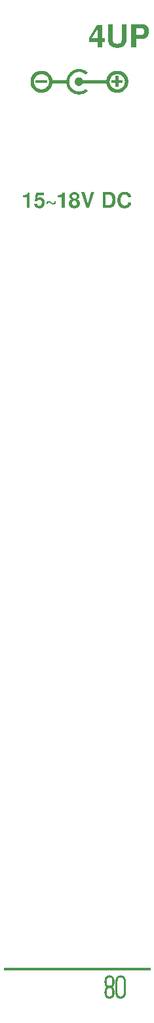
<source format=gto>
G04 #@! TF.GenerationSoftware,KiCad,Pcbnew,6.0.4-6f826c9f35~116~ubuntu18.04.1*
G04 #@! TF.CreationDate,2022-10-10T17:57:14-04:00*
G04 #@! TF.ProjectId,4UP-panel,3455502d-7061-46e6-956c-2e6b69636164,rev?*
G04 #@! TF.SameCoordinates,Original*
G04 #@! TF.FileFunction,Legend,Top*
G04 #@! TF.FilePolarity,Positive*
%FSLAX46Y46*%
G04 Gerber Fmt 4.6, Leading zero omitted, Abs format (unit mm)*
G04 Created by KiCad (PCBNEW 6.0.4-6f826c9f35~116~ubuntu18.04.1) date 2022-10-10 17:57:14*
%MOMM*%
%LPD*%
G01*
G04 APERTURE LIST*
%ADD10C,0.384998*%
%ADD11C,0.000000*%
%ADD12C,3.300000*%
%ADD13O,6.300000X3.300000*%
G04 APERTURE END LIST*
D10*
X46667009Y-37874935D02*
X46714163Y-37908467D01*
X47078674Y-38350818D02*
X47102759Y-38404093D01*
X47023153Y-38248593D02*
X47052113Y-38298959D01*
X44864823Y-38458710D02*
X44886358Y-38404093D01*
X37405777Y-38934136D02*
X37401133Y-38995215D01*
X45104288Y-39680924D02*
X45066486Y-39637284D01*
X45066486Y-39637284D02*
X45030781Y-39591849D01*
X37382907Y-39114633D02*
X37369478Y-39172822D01*
X35580978Y-39900840D02*
X35532180Y-39869556D01*
X46056453Y-40073396D02*
X45994562Y-40074961D01*
X44793406Y-38810353D02*
X44798051Y-38749273D01*
X45473135Y-39956360D02*
X45421276Y-39929800D01*
X35096425Y-38404093D02*
X35120511Y-38350818D01*
X46714163Y-39836024D02*
X46667009Y-39869556D01*
X45636912Y-37723603D02*
X45693985Y-37707396D01*
X44965964Y-38248593D02*
X44997248Y-38199795D01*
X45932670Y-40073396D02*
X45871592Y-40068752D01*
X35791096Y-40001980D02*
X35736479Y-39980446D01*
X45370910Y-39900840D02*
X45322112Y-39869556D01*
X36204629Y-40074961D02*
X36204629Y-40074961D01*
X37132701Y-38107206D02*
X37168405Y-38152641D01*
X46922633Y-39637284D02*
X46884831Y-39680924D01*
X37393484Y-39055406D02*
X37382907Y-39114633D01*
X37233221Y-39495896D02*
X37201937Y-39544694D01*
D11*
G36*
X43429765Y-31563776D02*
G01*
X44099824Y-31563776D01*
X44099824Y-33334334D01*
X44400331Y-33334334D01*
X44400331Y-33805403D01*
X44099824Y-33805403D01*
X44099824Y-34442972D01*
X43531297Y-34442972D01*
X43531297Y-33805403D01*
X42377992Y-33805403D01*
X42377992Y-33334334D01*
X42780016Y-33334334D01*
X43531297Y-33334334D01*
X43531297Y-32103876D01*
X42780016Y-33334334D01*
X42377992Y-33334334D01*
X42377992Y-33326216D01*
X43429765Y-31563776D01*
G37*
D10*
X37353271Y-39229895D02*
X37334362Y-39285778D01*
X35683203Y-37788131D02*
X35736479Y-37764046D01*
D11*
G36*
X42219560Y-54635397D02*
G01*
X42663606Y-53102209D01*
X43085298Y-53102209D01*
X42387117Y-55138090D01*
X42032457Y-55138090D01*
X41345445Y-53102209D01*
X41767137Y-53102209D01*
X42219560Y-54635397D01*
G37*
D10*
X35580978Y-37843652D02*
X35631344Y-37814692D01*
X45104288Y-38063566D02*
X45144112Y-38021797D01*
X37405777Y-38810353D02*
X37407342Y-38872244D01*
X45421276Y-39929800D02*
X45370910Y-39900840D01*
X45229522Y-39800319D02*
X45185882Y-39762517D01*
X45752173Y-40050526D02*
X45693985Y-40037096D01*
X46884831Y-38063566D02*
X46922633Y-38107206D01*
X36204629Y-37669531D02*
X36266521Y-37671096D01*
X35003474Y-38934136D02*
X35001909Y-38872244D01*
X36726054Y-37788131D02*
X36777913Y-37814692D01*
X46618211Y-37843652D02*
X46667009Y-37874935D01*
X47172840Y-38629855D02*
X47183417Y-38689082D01*
X36327599Y-37675741D02*
X36387790Y-37683389D01*
X35039774Y-39172822D02*
X35026344Y-39114633D01*
X46958338Y-38152641D02*
X46991870Y-38199795D01*
X44997248Y-39544694D02*
X44965964Y-39495896D01*
X45473135Y-37788131D02*
X45526411Y-37764046D01*
D11*
G36*
X36600664Y-53507140D02*
G01*
X35782403Y-53507140D01*
X35718164Y-53920462D01*
X35739449Y-53904846D01*
X35760415Y-53890445D01*
X35781136Y-53877230D01*
X35801684Y-53865173D01*
X35822135Y-53854246D01*
X35842561Y-53844419D01*
X35863036Y-53835664D01*
X35883634Y-53827952D01*
X35904428Y-53821255D01*
X35925493Y-53815543D01*
X35946900Y-53810789D01*
X35968725Y-53806964D01*
X35991041Y-53804038D01*
X36013921Y-53801984D01*
X36037440Y-53800773D01*
X36061670Y-53800375D01*
X36095628Y-53801189D01*
X36128890Y-53803611D01*
X36161432Y-53807612D01*
X36193227Y-53813166D01*
X36224251Y-53820244D01*
X36254479Y-53828817D01*
X36283886Y-53838858D01*
X36312446Y-53850339D01*
X36340135Y-53863231D01*
X36366928Y-53877506D01*
X36392799Y-53893136D01*
X36417723Y-53910093D01*
X36441676Y-53928350D01*
X36464633Y-53947876D01*
X36486567Y-53968646D01*
X36507455Y-53990629D01*
X36527271Y-54013800D01*
X36545991Y-54038128D01*
X36563588Y-54063587D01*
X36580038Y-54090147D01*
X36595317Y-54117781D01*
X36609398Y-54146461D01*
X36622257Y-54176159D01*
X36633869Y-54206846D01*
X36644208Y-54238494D01*
X36653251Y-54271076D01*
X36660970Y-54304562D01*
X36667343Y-54338926D01*
X36672343Y-54374138D01*
X36675945Y-54410171D01*
X36678125Y-54446997D01*
X36678857Y-54484587D01*
X36678011Y-54524239D01*
X36675492Y-54563062D01*
X36671328Y-54601026D01*
X36665548Y-54638104D01*
X36658181Y-54674268D01*
X36649255Y-54709489D01*
X36638799Y-54743740D01*
X36626842Y-54776992D01*
X36613412Y-54809218D01*
X36598538Y-54840388D01*
X36582248Y-54870476D01*
X36564572Y-54899452D01*
X36545537Y-54927289D01*
X36525173Y-54953958D01*
X36503508Y-54979432D01*
X36480571Y-55003683D01*
X36456391Y-55026681D01*
X36430995Y-55048399D01*
X36404413Y-55068810D01*
X36376673Y-55087884D01*
X36347804Y-55105594D01*
X36317835Y-55121911D01*
X36286794Y-55136808D01*
X36254710Y-55150257D01*
X36221611Y-55162228D01*
X36187527Y-55172694D01*
X36152485Y-55181628D01*
X36116515Y-55189000D01*
X36079645Y-55194783D01*
X36041904Y-55198949D01*
X36003320Y-55201468D01*
X35963922Y-55202315D01*
X35928156Y-55201631D01*
X35893134Y-55199596D01*
X35858881Y-55196231D01*
X35825422Y-55191558D01*
X35792781Y-55185602D01*
X35760983Y-55178383D01*
X35730052Y-55169925D01*
X35700013Y-55160249D01*
X35670890Y-55149379D01*
X35642708Y-55137337D01*
X35615492Y-55124146D01*
X35589265Y-55109828D01*
X35564054Y-55094404D01*
X35539881Y-55077899D01*
X35516772Y-55060335D01*
X35494750Y-55041733D01*
X35473842Y-55022117D01*
X35454071Y-55001509D01*
X35435462Y-54979931D01*
X35418039Y-54957406D01*
X35401827Y-54933956D01*
X35386850Y-54909605D01*
X35373134Y-54884374D01*
X35360702Y-54858286D01*
X35349579Y-54831363D01*
X35339790Y-54803629D01*
X35331358Y-54775105D01*
X35324310Y-54745813D01*
X35318669Y-54715777D01*
X35314459Y-54685020D01*
X35311706Y-54653562D01*
X35310434Y-54621428D01*
X35695825Y-54621428D01*
X35696864Y-54636139D01*
X35698408Y-54650421D01*
X35700455Y-54664273D01*
X35703003Y-54677692D01*
X35706050Y-54690676D01*
X35709595Y-54703221D01*
X35713634Y-54715325D01*
X35718167Y-54726986D01*
X35723190Y-54738201D01*
X35728702Y-54748967D01*
X35734701Y-54759283D01*
X35741185Y-54769145D01*
X35748152Y-54778551D01*
X35755599Y-54787498D01*
X35763525Y-54795984D01*
X35771927Y-54804006D01*
X35780804Y-54811562D01*
X35790154Y-54818648D01*
X35799974Y-54825264D01*
X35810262Y-54831405D01*
X35821017Y-54837070D01*
X35832236Y-54842255D01*
X35843918Y-54846959D01*
X35856059Y-54851178D01*
X35868659Y-54854911D01*
X35881715Y-54858154D01*
X35895225Y-54860906D01*
X35909187Y-54863162D01*
X35923599Y-54864922D01*
X35938459Y-54866182D01*
X35969514Y-54867194D01*
X35987627Y-54866778D01*
X36005305Y-54865537D01*
X36022539Y-54863482D01*
X36039321Y-54860621D01*
X36055640Y-54856964D01*
X36071487Y-54852521D01*
X36086854Y-54847302D01*
X36101731Y-54841317D01*
X36116109Y-54834574D01*
X36129978Y-54827085D01*
X36143330Y-54818858D01*
X36156155Y-54809904D01*
X36168445Y-54800231D01*
X36180189Y-54789850D01*
X36191379Y-54778771D01*
X36202006Y-54767003D01*
X36212060Y-54754556D01*
X36221532Y-54741440D01*
X36230412Y-54727664D01*
X36238693Y-54713238D01*
X36246364Y-54698172D01*
X36253416Y-54682475D01*
X36259840Y-54666158D01*
X36265627Y-54649230D01*
X36270768Y-54631700D01*
X36275253Y-54613579D01*
X36279073Y-54594876D01*
X36282220Y-54575600D01*
X36286454Y-54535372D01*
X36287881Y-54492972D01*
X36287531Y-54470743D01*
X36286484Y-54449096D01*
X36284750Y-54428037D01*
X36282334Y-54407576D01*
X36279246Y-54387720D01*
X36275492Y-54368478D01*
X36271081Y-54349858D01*
X36266020Y-54331868D01*
X36260316Y-54314516D01*
X36253978Y-54297810D01*
X36247013Y-54281759D01*
X36239429Y-54266370D01*
X36231233Y-54251653D01*
X36222434Y-54237614D01*
X36213037Y-54224263D01*
X36203053Y-54211607D01*
X36192488Y-54199655D01*
X36181349Y-54188415D01*
X36169645Y-54177895D01*
X36157383Y-54168103D01*
X36144570Y-54159047D01*
X36131215Y-54150736D01*
X36117326Y-54143177D01*
X36102909Y-54136380D01*
X36087972Y-54130351D01*
X36072524Y-54125100D01*
X36056571Y-54120634D01*
X36040122Y-54116962D01*
X36023184Y-54114091D01*
X36005765Y-54112031D01*
X35987873Y-54110789D01*
X35969514Y-54110373D01*
X35958347Y-54110528D01*
X35947362Y-54110993D01*
X35936564Y-54111765D01*
X35925954Y-54112844D01*
X35915537Y-54114227D01*
X35905316Y-54115913D01*
X35895292Y-54117902D01*
X35885470Y-54120190D01*
X35875853Y-54122777D01*
X35866443Y-54125661D01*
X35857244Y-54128841D01*
X35848259Y-54132314D01*
X35839491Y-54136081D01*
X35830942Y-54140138D01*
X35822616Y-54144484D01*
X35814517Y-54149119D01*
X35806646Y-54154040D01*
X35799008Y-54159245D01*
X35791604Y-54164734D01*
X35784439Y-54170505D01*
X35777516Y-54176556D01*
X35770837Y-54182886D01*
X35764405Y-54189493D01*
X35758224Y-54196375D01*
X35752296Y-54203532D01*
X35746626Y-54210961D01*
X35741215Y-54218661D01*
X35736067Y-54226631D01*
X35731184Y-54234869D01*
X35726571Y-54243374D01*
X35722230Y-54252143D01*
X35718164Y-54261175D01*
X35366281Y-54261175D01*
X35542223Y-53158064D01*
X36600664Y-53158064D01*
X36600664Y-53507140D01*
G37*
D10*
X47143203Y-38514593D02*
X47159410Y-38571667D01*
X47124294Y-39285778D02*
X47102759Y-39340396D01*
X44937004Y-39445530D02*
X44910443Y-39393672D01*
X36672779Y-39980446D02*
X36618162Y-40001980D01*
X47191065Y-38749273D02*
X47195710Y-38810353D01*
X36021468Y-40061103D02*
X35962241Y-40050526D01*
X46462711Y-39980446D02*
X46408094Y-40001980D01*
X37055075Y-39722693D02*
X37013306Y-39762517D01*
D11*
G36*
X37215353Y-54261446D02*
G01*
X37231971Y-54262236D01*
X37248171Y-54263558D01*
X37263974Y-54265416D01*
X37279401Y-54267815D01*
X37294471Y-54270757D01*
X37309206Y-54274247D01*
X37323625Y-54278290D01*
X37337750Y-54282889D01*
X37351600Y-54288048D01*
X37365197Y-54293772D01*
X37378561Y-54300064D01*
X37391712Y-54306929D01*
X37404670Y-54314371D01*
X37417458Y-54322393D01*
X37430093Y-54331000D01*
X37589273Y-54448294D01*
X37602507Y-54457820D01*
X37615034Y-54466524D01*
X37626931Y-54474436D01*
X37638276Y-54481582D01*
X37649146Y-54487993D01*
X37659620Y-54493696D01*
X37669774Y-54498721D01*
X37679687Y-54503095D01*
X37689436Y-54506848D01*
X37699100Y-54510007D01*
X37708755Y-54512602D01*
X37718480Y-54514661D01*
X37728353Y-54516213D01*
X37738450Y-54517286D01*
X37748850Y-54517909D01*
X37759630Y-54518111D01*
X37771840Y-54517891D01*
X37783351Y-54517237D01*
X37794185Y-54516157D01*
X37804360Y-54514658D01*
X37813900Y-54512748D01*
X37822824Y-54510434D01*
X37831154Y-54507725D01*
X37838911Y-54504627D01*
X37846116Y-54501149D01*
X37852789Y-54497299D01*
X37858952Y-54493083D01*
X37864625Y-54488510D01*
X37869830Y-54483586D01*
X37874588Y-54478321D01*
X37878919Y-54472722D01*
X37882845Y-54466795D01*
X37886387Y-54460550D01*
X37889565Y-54453993D01*
X37892401Y-54447132D01*
X37894915Y-54439976D01*
X37899063Y-54424805D01*
X37902176Y-54408541D01*
X37904424Y-54391247D01*
X37905973Y-54372983D01*
X37906991Y-54353811D01*
X37907648Y-54333792D01*
X38125482Y-54333792D01*
X38121191Y-54383474D01*
X38118182Y-54407090D01*
X38114593Y-54429891D01*
X38110424Y-54451878D01*
X38105671Y-54473051D01*
X38100334Y-54493413D01*
X38094410Y-54512964D01*
X38087897Y-54531704D01*
X38080792Y-54549636D01*
X38073095Y-54566760D01*
X38064802Y-54583076D01*
X38055912Y-54598587D01*
X38046423Y-54613293D01*
X38036332Y-54627195D01*
X38025638Y-54640294D01*
X38014339Y-54652592D01*
X38002432Y-54664088D01*
X37989915Y-54674785D01*
X37976788Y-54684683D01*
X37963046Y-54693783D01*
X37948689Y-54702087D01*
X37933714Y-54709595D01*
X37918119Y-54716308D01*
X37901903Y-54722228D01*
X37885063Y-54727355D01*
X37867597Y-54731690D01*
X37849503Y-54735235D01*
X37830779Y-54737991D01*
X37811423Y-54739957D01*
X37791433Y-54741137D01*
X37770807Y-54741530D01*
X37753815Y-54741267D01*
X37737367Y-54740471D01*
X37721417Y-54739136D01*
X37705922Y-54737253D01*
X37690836Y-54734813D01*
X37676114Y-54731808D01*
X37661711Y-54728231D01*
X37647582Y-54724073D01*
X37633681Y-54719325D01*
X37619965Y-54713981D01*
X37606388Y-54708031D01*
X37592904Y-54701467D01*
X37579470Y-54694282D01*
X37566040Y-54686466D01*
X37552568Y-54678013D01*
X37539011Y-54668913D01*
X37379831Y-54551627D01*
X37367977Y-54543051D01*
X37356475Y-54535118D01*
X37345283Y-54527814D01*
X37334362Y-54521127D01*
X37323670Y-54515047D01*
X37313166Y-54509559D01*
X37302809Y-54504652D01*
X37292559Y-54500313D01*
X37282374Y-54496531D01*
X37272214Y-54493293D01*
X37262038Y-54490586D01*
X37251805Y-54488399D01*
X37241473Y-54486720D01*
X37231003Y-54485535D01*
X37220353Y-54484833D01*
X37209482Y-54484602D01*
X37197770Y-54484806D01*
X37186711Y-54485414D01*
X37176283Y-54486420D01*
X37166468Y-54487820D01*
X37157245Y-54489609D01*
X37148597Y-54491782D01*
X37140503Y-54494332D01*
X37132944Y-54497257D01*
X37125900Y-54500549D01*
X37119352Y-54504204D01*
X37113281Y-54508218D01*
X37107667Y-54512584D01*
X37102490Y-54517297D01*
X37097732Y-54522354D01*
X37093373Y-54527748D01*
X37089393Y-54533474D01*
X37085773Y-54539528D01*
X37082494Y-54545904D01*
X37079536Y-54552597D01*
X37076880Y-54559601D01*
X37072394Y-54574526D01*
X37068882Y-54590638D01*
X37066189Y-54607894D01*
X37064158Y-54626256D01*
X37062635Y-54645681D01*
X37061464Y-54666128D01*
X36843629Y-54666128D01*
X36845249Y-54641133D01*
X36847489Y-54616938D01*
X36850350Y-54593545D01*
X36853829Y-54570951D01*
X36857925Y-54549158D01*
X36862639Y-54528164D01*
X36867968Y-54507968D01*
X36873912Y-54488571D01*
X36880469Y-54469972D01*
X36887639Y-54452169D01*
X36895421Y-54435164D01*
X36903813Y-54418955D01*
X36912815Y-54403541D01*
X36922425Y-54388923D01*
X36932643Y-54375099D01*
X36943467Y-54362069D01*
X36954896Y-54349833D01*
X36966930Y-54338391D01*
X36979568Y-54327740D01*
X36992807Y-54317882D01*
X37006649Y-54308816D01*
X37021090Y-54300541D01*
X37036131Y-54293056D01*
X37051770Y-54286361D01*
X37068006Y-54280456D01*
X37084839Y-54275340D01*
X37102266Y-54271012D01*
X37120288Y-54267472D01*
X37138903Y-54264720D01*
X37158110Y-54262755D01*
X37177909Y-54261576D01*
X37198297Y-54261183D01*
X37215353Y-54261446D01*
G37*
D10*
X35147072Y-38298959D02*
X35176032Y-38248593D01*
X44793406Y-38934136D02*
X44791841Y-38872244D01*
X36924231Y-37908467D02*
X36969666Y-37944172D01*
X44816276Y-38629855D02*
X44829706Y-38571667D01*
X35015767Y-38689082D02*
X35026344Y-38629855D01*
X36447017Y-37693966D02*
X36505205Y-37707396D01*
X35015767Y-39055406D02*
X35008118Y-38995215D01*
X36387790Y-37683389D02*
X36447017Y-37693966D01*
D11*
G36*
X49167848Y-31482554D02*
G01*
X49224893Y-31483504D01*
X49280285Y-31486347D01*
X49334015Y-31491073D01*
X49386072Y-31497671D01*
X49436445Y-31506131D01*
X49485125Y-31516443D01*
X49532101Y-31528596D01*
X49577362Y-31542579D01*
X49620898Y-31558382D01*
X49662698Y-31575996D01*
X49702753Y-31595409D01*
X49741051Y-31616611D01*
X49777583Y-31639592D01*
X49812338Y-31664341D01*
X49845305Y-31690847D01*
X49876474Y-31719101D01*
X49905835Y-31749092D01*
X49933377Y-31780810D01*
X49959090Y-31814244D01*
X49982963Y-31849383D01*
X50004986Y-31886219D01*
X50025149Y-31924738D01*
X50043441Y-31964933D01*
X50059852Y-32006792D01*
X50074371Y-32050304D01*
X50086988Y-32095460D01*
X50097693Y-32142248D01*
X50106474Y-32190659D01*
X50113323Y-32240682D01*
X50118227Y-32292307D01*
X50121178Y-32345523D01*
X50122163Y-32400320D01*
X50121145Y-32456030D01*
X50118108Y-32510448D01*
X50113082Y-32563542D01*
X50106094Y-32615281D01*
X50097173Y-32665634D01*
X50086346Y-32714570D01*
X50073643Y-32762057D01*
X50059092Y-32808064D01*
X50042720Y-32852561D01*
X50024556Y-32895515D01*
X50004628Y-32936896D01*
X49982965Y-32976672D01*
X49959594Y-33014812D01*
X49934545Y-33051286D01*
X49907845Y-33086060D01*
X49879522Y-33119106D01*
X49849605Y-33150390D01*
X49818122Y-33179883D01*
X49785102Y-33207552D01*
X49750572Y-33233366D01*
X49714560Y-33257295D01*
X49677096Y-33279307D01*
X49638208Y-33299371D01*
X49597922Y-33317456D01*
X49556269Y-33333529D01*
X49513276Y-33347561D01*
X49468971Y-33359520D01*
X49423383Y-33369375D01*
X49376539Y-33377094D01*
X49328469Y-33382646D01*
X49279200Y-33386000D01*
X49228761Y-33387125D01*
X48469362Y-33387125D01*
X48469362Y-34442965D01*
X47860231Y-34442965D01*
X47860231Y-32879511D01*
X48469362Y-32879511D01*
X49037889Y-32879511D01*
X49096763Y-32877842D01*
X49124676Y-32875750D01*
X49151579Y-32872817D01*
X49177477Y-32869039D01*
X49202375Y-32864414D01*
X49226276Y-32858938D01*
X49249184Y-32852608D01*
X49271106Y-32845422D01*
X49292044Y-32837376D01*
X49312004Y-32828467D01*
X49330990Y-32818694D01*
X49349006Y-32808051D01*
X49366057Y-32796537D01*
X49382147Y-32784149D01*
X49397281Y-32770883D01*
X49411463Y-32756737D01*
X49424698Y-32741707D01*
X49436990Y-32725791D01*
X49448344Y-32708986D01*
X49458764Y-32691288D01*
X49468254Y-32672695D01*
X49476819Y-32653204D01*
X49484464Y-32632811D01*
X49491193Y-32611515D01*
X49497009Y-32589311D01*
X49501919Y-32566196D01*
X49505926Y-32542169D01*
X49509035Y-32517226D01*
X49511250Y-32491363D01*
X49512576Y-32464579D01*
X49513017Y-32436869D01*
X49511250Y-32381662D01*
X49509035Y-32355476D01*
X49505926Y-32330231D01*
X49501919Y-32305923D01*
X49497009Y-32282549D01*
X49491193Y-32260103D01*
X49484464Y-32238584D01*
X49476819Y-32217987D01*
X49468254Y-32198307D01*
X49458764Y-32179543D01*
X49448344Y-32161689D01*
X49436990Y-32144742D01*
X49424698Y-32128699D01*
X49411463Y-32113556D01*
X49397281Y-32099308D01*
X49382147Y-32085953D01*
X49366057Y-32073487D01*
X49349006Y-32061905D01*
X49330990Y-32051204D01*
X49312004Y-32041381D01*
X49292044Y-32032432D01*
X49271106Y-32024352D01*
X49249184Y-32017139D01*
X49226276Y-32010788D01*
X49202375Y-32005296D01*
X49177477Y-32000659D01*
X49151579Y-31996874D01*
X49096763Y-31991842D01*
X49037889Y-31990172D01*
X48469362Y-31990172D01*
X48469362Y-32879511D01*
X47860231Y-32879511D01*
X47860231Y-31482554D01*
X49167848Y-31482554D01*
G37*
D10*
X45322112Y-39869556D02*
X45274957Y-39836024D01*
X44816276Y-39114633D02*
X44805699Y-39055406D01*
X37132701Y-39637284D02*
X37094899Y-39680924D01*
X45144112Y-39722693D02*
X45104288Y-39680924D01*
X44910443Y-38350818D02*
X44937004Y-38298959D01*
X35008118Y-38749273D02*
X35015767Y-38689082D01*
X37407022Y-38900000D02*
X39606897Y-38900000D01*
X45370910Y-37843652D02*
X45421276Y-37814692D01*
X35207316Y-38199795D02*
X35240849Y-38152641D01*
X45811401Y-37683389D02*
X45871592Y-37675741D01*
X47195710Y-38934136D02*
X47191065Y-38995215D01*
X37312827Y-38404093D02*
X37334362Y-38458710D01*
X37055075Y-38021797D02*
X37094899Y-38063566D01*
X37312827Y-39340396D02*
X37288742Y-39393672D01*
X47078674Y-39393672D02*
X47052113Y-39445530D01*
X47197275Y-38872244D02*
X47197275Y-38872244D01*
X46295138Y-40037096D02*
X46236950Y-40050526D01*
X35001909Y-38872244D02*
X35001909Y-38872244D01*
X46567845Y-39929800D02*
X46515987Y-39956360D01*
X46408094Y-40001980D02*
X46352211Y-40020889D01*
X35736479Y-37764046D02*
X35791096Y-37742511D01*
X44791841Y-38872244D02*
X44793406Y-38810353D01*
X47183417Y-38689082D02*
X47191065Y-38749273D01*
X35439590Y-39800319D02*
X35395950Y-39762517D01*
X46803238Y-37981974D02*
X46845007Y-38021797D01*
X46759598Y-37944172D02*
X46803238Y-37981974D01*
X46352211Y-40020889D02*
X46295138Y-40037096D01*
X37401133Y-38995215D02*
X37393484Y-39055406D01*
X46759598Y-39800319D02*
X46714163Y-39836024D01*
X45185882Y-39762517D02*
X45144112Y-39722693D01*
X36266521Y-40073396D02*
X36204629Y-40074961D01*
X35055981Y-38514593D02*
X35074890Y-38458710D01*
X35354180Y-38021797D02*
X35395950Y-37981974D01*
X35532180Y-37874935D02*
X35580978Y-37843652D01*
X36618162Y-37742511D02*
X36672779Y-37764046D01*
X44845914Y-39229895D02*
X44829706Y-39172822D01*
X45871592Y-37675741D02*
X45932670Y-37671096D01*
X45994562Y-40074961D02*
X45994562Y-40074961D01*
X36327599Y-40068752D02*
X36266521Y-40073396D01*
X35240849Y-39591849D02*
X35207316Y-39544694D01*
X46117532Y-40068752D02*
X46056453Y-40073396D01*
X47172840Y-39114633D02*
X47159410Y-39172822D01*
X44791841Y-38872244D02*
X44791841Y-38872244D01*
X44965964Y-39495896D02*
X44937004Y-39445530D01*
X37013306Y-39762517D02*
X36969666Y-39800319D01*
X44937004Y-38298959D02*
X44965964Y-38248593D01*
X36081659Y-37675741D02*
X36142738Y-37671096D01*
X47159410Y-39172822D02*
X47143203Y-39229895D01*
X35485025Y-37908467D02*
X35532180Y-37874935D01*
X37288742Y-39393672D02*
X37262181Y-39445530D01*
D11*
G36*
X41109421Y-38349211D02*
G01*
X41137429Y-38351341D01*
X41165030Y-38354848D01*
X41192189Y-38359698D01*
X41218871Y-38365857D01*
X41245042Y-38373288D01*
X41270667Y-38381959D01*
X41295712Y-38391833D01*
X41320141Y-38402878D01*
X41343921Y-38415057D01*
X41367017Y-38428336D01*
X41389393Y-38442681D01*
X41411016Y-38458058D01*
X41431850Y-38474430D01*
X41451861Y-38491764D01*
X41471014Y-38510025D01*
X41489276Y-38529178D01*
X41506610Y-38549189D01*
X41522982Y-38570023D01*
X41538358Y-38591646D01*
X41552703Y-38614022D01*
X41565983Y-38637118D01*
X41578162Y-38660898D01*
X41589207Y-38685327D01*
X41599082Y-38710372D01*
X41607752Y-38735997D01*
X41615184Y-38762169D01*
X41621342Y-38788851D01*
X41626192Y-38816010D01*
X41629699Y-38843611D01*
X41631829Y-38871619D01*
X41632547Y-38900000D01*
X41631829Y-38928381D01*
X41629700Y-38956389D01*
X41626193Y-38983990D01*
X41621343Y-39011149D01*
X41615184Y-39037831D01*
X41607753Y-39064003D01*
X41599083Y-39089628D01*
X41589208Y-39114673D01*
X41578164Y-39139103D01*
X41565985Y-39162883D01*
X41552705Y-39185979D01*
X41538360Y-39208355D01*
X41522984Y-39229978D01*
X41506612Y-39250812D01*
X41489278Y-39270823D01*
X41471017Y-39289977D01*
X41451864Y-39308238D01*
X41431853Y-39325572D01*
X41411019Y-39341945D01*
X41389396Y-39357321D01*
X41367020Y-39371666D01*
X41343925Y-39384946D01*
X41320145Y-39397125D01*
X41295715Y-39408170D01*
X41270670Y-39418044D01*
X41245045Y-39426715D01*
X41218873Y-39434147D01*
X41192191Y-39440305D01*
X41165032Y-39445155D01*
X41137430Y-39448662D01*
X41109422Y-39450792D01*
X41081041Y-39451510D01*
X41052660Y-39450792D01*
X41024651Y-39448662D01*
X40997050Y-39445155D01*
X40969891Y-39440305D01*
X40943208Y-39434147D01*
X40917036Y-39426715D01*
X40891411Y-39418044D01*
X40866365Y-39408170D01*
X40841935Y-39397125D01*
X40818155Y-39384946D01*
X40795059Y-39371666D01*
X40772683Y-39357321D01*
X40751060Y-39341945D01*
X40730226Y-39325572D01*
X40710214Y-39308238D01*
X40691061Y-39289977D01*
X40672799Y-39270823D01*
X40655465Y-39250812D01*
X40639092Y-39229978D01*
X40623716Y-39208355D01*
X40609371Y-39185979D01*
X40596091Y-39162883D01*
X40583912Y-39139103D01*
X40572867Y-39114673D01*
X40562992Y-39089628D01*
X40554322Y-39064003D01*
X40546890Y-39037831D01*
X40540732Y-39011149D01*
X40535882Y-38983990D01*
X40532375Y-38956389D01*
X40530245Y-38928381D01*
X40529527Y-38900000D01*
X40530245Y-38871619D01*
X40532375Y-38843611D01*
X40535882Y-38816010D01*
X40540732Y-38788851D01*
X40546890Y-38762169D01*
X40554322Y-38735997D01*
X40562992Y-38710372D01*
X40572867Y-38685327D01*
X40583912Y-38660898D01*
X40596091Y-38637118D01*
X40609371Y-38614022D01*
X40623716Y-38591646D01*
X40639092Y-38570023D01*
X40655465Y-38549189D01*
X40672799Y-38529178D01*
X40691061Y-38510025D01*
X40710214Y-38491764D01*
X40730226Y-38474430D01*
X40751060Y-38458058D01*
X40772683Y-38442681D01*
X40795059Y-38428336D01*
X40818155Y-38415057D01*
X40841935Y-38402878D01*
X40866365Y-38391833D01*
X40891411Y-38381959D01*
X40917036Y-38373288D01*
X40943208Y-38365857D01*
X40969891Y-38359698D01*
X40997050Y-38354848D01*
X41024651Y-38351341D01*
X41052660Y-38349211D01*
X41081041Y-38348494D01*
X41109421Y-38349211D01*
G37*
D10*
X37262181Y-39445530D02*
X37233221Y-39495896D01*
X36081659Y-40068752D02*
X36021468Y-40061103D01*
X47197275Y-38872244D02*
X47195710Y-38934136D01*
X35240849Y-38152641D02*
X35276554Y-38107206D01*
X46056453Y-37671096D02*
X46117532Y-37675741D01*
X44864823Y-39285778D02*
X44845914Y-39229895D01*
X44829706Y-38571667D02*
X44845914Y-38514593D01*
X35276554Y-39637284D02*
X35240849Y-39591849D01*
X45932670Y-37671096D02*
X45994562Y-37669531D01*
X35395950Y-39762517D02*
X35354180Y-39722693D01*
X37353271Y-38514593D02*
X37369478Y-38571667D01*
D11*
G36*
X46180620Y-38692686D02*
G01*
X46749757Y-38692686D01*
X46749757Y-39051810D01*
X46180620Y-39051810D01*
X46180620Y-39601054D01*
X45808496Y-39601054D01*
X45808496Y-39051810D01*
X45239366Y-39051810D01*
X45239366Y-38692686D01*
X45808496Y-38692686D01*
X45808496Y-38143442D01*
X46180620Y-38143442D01*
X46180620Y-38692686D01*
G37*
D10*
X37013306Y-37981974D02*
X37055075Y-38021797D01*
X46618211Y-39900840D02*
X46567845Y-39929800D01*
X35120511Y-38350818D02*
X35147072Y-38298959D01*
X37201937Y-38199795D02*
X37233221Y-38248593D01*
X36387790Y-40061103D02*
X36327599Y-40068752D01*
X45274957Y-37908467D02*
X45322112Y-37874935D01*
X35631344Y-37814692D02*
X35683203Y-37788131D01*
X44886358Y-38404093D02*
X44910443Y-38350818D01*
X37369478Y-38571667D02*
X37382907Y-38629855D01*
D11*
G36*
X44388145Y-156120070D02*
G01*
X44389818Y-156074141D01*
X44392621Y-156029480D01*
X44396567Y-155986097D01*
X44401668Y-155944001D01*
X44407936Y-155903202D01*
X44415383Y-155863710D01*
X44424022Y-155825533D01*
X44433865Y-155788683D01*
X44444924Y-155753167D01*
X44457212Y-155718997D01*
X44470741Y-155686181D01*
X44485522Y-155654729D01*
X44501569Y-155624651D01*
X44518893Y-155595957D01*
X44537508Y-155568655D01*
X44542400Y-155562004D01*
X44547526Y-155555703D01*
X44552862Y-155549718D01*
X44558389Y-155544017D01*
X44564084Y-155538565D01*
X44569927Y-155533328D01*
X44575896Y-155528274D01*
X44581970Y-155523367D01*
X44594346Y-155513864D01*
X44606887Y-155504548D01*
X44619420Y-155495151D01*
X44631776Y-155485403D01*
X44625623Y-155480453D01*
X44619407Y-155475618D01*
X44606867Y-155466160D01*
X44594326Y-155456768D01*
X44581953Y-155447180D01*
X44575881Y-155442231D01*
X44569915Y-155437134D01*
X44564075Y-155431858D01*
X44558383Y-155426369D01*
X44552858Y-155420635D01*
X44547524Y-155414622D01*
X44542400Y-155408299D01*
X44537508Y-155401633D01*
X44518954Y-155374343D01*
X44501674Y-155345674D01*
X44485658Y-155315632D01*
X44470895Y-155284227D01*
X44457374Y-155251466D01*
X44445085Y-155217359D01*
X44434017Y-155181915D01*
X44424160Y-155145140D01*
X44415501Y-155107044D01*
X44408032Y-155067636D01*
X44401742Y-155026924D01*
X44396619Y-154984916D01*
X44392653Y-154941621D01*
X44389833Y-154897047D01*
X44388149Y-154851204D01*
X44387590Y-154804098D01*
X44673112Y-154804098D01*
X44673522Y-154843052D01*
X44674736Y-154880348D01*
X44676734Y-154915995D01*
X44679493Y-154950000D01*
X44682991Y-154982371D01*
X44687207Y-155013117D01*
X44692119Y-155042246D01*
X44697706Y-155069765D01*
X44703945Y-155095684D01*
X44710815Y-155120009D01*
X44718295Y-155142750D01*
X44726362Y-155163914D01*
X44734994Y-155183509D01*
X44744171Y-155201543D01*
X44753870Y-155218025D01*
X44764070Y-155232962D01*
X44774997Y-155246193D01*
X44786543Y-155258581D01*
X44798755Y-155270123D01*
X44811678Y-155280818D01*
X44825356Y-155290666D01*
X44839834Y-155299664D01*
X44855159Y-155307812D01*
X44871374Y-155315108D01*
X44888525Y-155321550D01*
X44906657Y-155327138D01*
X44925815Y-155331870D01*
X44946044Y-155335744D01*
X44967390Y-155338760D01*
X44989897Y-155340916D01*
X45013610Y-155342210D01*
X45038576Y-155342642D01*
X45063776Y-155342254D01*
X45087609Y-155341077D01*
X45110130Y-155339096D01*
X45131399Y-155336293D01*
X45151472Y-155332652D01*
X45161077Y-155330511D01*
X45170406Y-155328155D01*
X45179464Y-155325580D01*
X45188259Y-155322786D01*
X45196799Y-155319768D01*
X45205089Y-155316527D01*
X45213138Y-155313059D01*
X45220953Y-155309362D01*
X45228540Y-155305434D01*
X45235908Y-155301274D01*
X45243062Y-155296878D01*
X45250011Y-155292245D01*
X45256762Y-155287373D01*
X45263321Y-155282260D01*
X45269696Y-155276904D01*
X45275895Y-155271301D01*
X45281923Y-155265451D01*
X45287789Y-155259352D01*
X45293499Y-155253000D01*
X45299062Y-155246394D01*
X45309770Y-155232413D01*
X45319960Y-155217195D01*
X45329625Y-155200530D01*
X45338749Y-155182397D01*
X45347311Y-155162776D01*
X45355294Y-155141648D01*
X45362679Y-155118993D01*
X45369448Y-155094791D01*
X45375583Y-155069022D01*
X45381065Y-155041666D01*
X45385876Y-155012705D01*
X45389997Y-154982117D01*
X45393410Y-154949884D01*
X45396097Y-154915985D01*
X45398038Y-154880401D01*
X45399217Y-154843112D01*
X45399614Y-154804098D01*
X45399217Y-154765090D01*
X45398038Y-154727806D01*
X45396097Y-154692226D01*
X45393410Y-154658331D01*
X45389997Y-154626100D01*
X45385876Y-154595515D01*
X45381065Y-154566556D01*
X45375583Y-154539202D01*
X45369448Y-154513434D01*
X45362679Y-154489233D01*
X45355294Y-154466578D01*
X45347311Y-154445451D01*
X45338749Y-154425830D01*
X45329625Y-154407697D01*
X45319960Y-154391032D01*
X45309770Y-154375815D01*
X45299062Y-154361827D01*
X45287789Y-154348852D01*
X45275895Y-154336875D01*
X45263321Y-154325881D01*
X45250011Y-154315855D01*
X45235908Y-154306780D01*
X45220953Y-154298642D01*
X45205089Y-154291426D01*
X45188259Y-154285116D01*
X45170406Y-154279697D01*
X45151472Y-154275153D01*
X45131399Y-154271470D01*
X45110130Y-154268632D01*
X45087609Y-154266624D01*
X45063776Y-154265430D01*
X45038576Y-154265036D01*
X45013352Y-154265435D01*
X44989458Y-154266641D01*
X44966841Y-154268670D01*
X44945447Y-154271535D01*
X44925223Y-154275250D01*
X44915532Y-154277431D01*
X44906114Y-154279830D01*
X44896962Y-154282449D01*
X44888068Y-154285290D01*
X44879426Y-154288354D01*
X44871030Y-154291643D01*
X44862873Y-154295160D01*
X44854948Y-154298905D01*
X44847248Y-154302880D01*
X44839767Y-154307088D01*
X44832498Y-154311531D01*
X44825435Y-154316209D01*
X44818570Y-154321125D01*
X44811897Y-154326280D01*
X44805409Y-154331677D01*
X44799100Y-154337317D01*
X44792963Y-154343202D01*
X44786990Y-154349334D01*
X44781177Y-154355714D01*
X44775515Y-154362345D01*
X44764619Y-154376364D01*
X44754253Y-154391603D01*
X44744417Y-154408277D01*
X44735130Y-154426406D01*
X44726413Y-154446013D01*
X44718284Y-154467117D01*
X44710762Y-154489740D01*
X44703865Y-154513903D01*
X44697614Y-154539625D01*
X44692027Y-154566930D01*
X44687123Y-154595837D01*
X44682921Y-154626367D01*
X44679441Y-154658541D01*
X44676701Y-154692380D01*
X44674720Y-154727906D01*
X44673517Y-154765138D01*
X44673112Y-154804098D01*
X44387590Y-154804098D01*
X44388107Y-154757009D01*
X44389678Y-154711136D01*
X44392334Y-154666488D01*
X44396106Y-154623075D01*
X44401025Y-154580908D01*
X44407123Y-154539996D01*
X44414430Y-154500351D01*
X44422977Y-154461981D01*
X44432795Y-154424898D01*
X44443916Y-154389110D01*
X44456369Y-154354629D01*
X44470187Y-154321464D01*
X44485400Y-154289625D01*
X44502039Y-154259123D01*
X44520136Y-154229968D01*
X44539720Y-154202170D01*
X44560816Y-154175885D01*
X44583404Y-154151269D01*
X44607453Y-154128324D01*
X44632931Y-154107054D01*
X44659807Y-154087463D01*
X44688047Y-154069555D01*
X44717622Y-154053335D01*
X44748498Y-154038805D01*
X44780645Y-154025970D01*
X44814031Y-154014834D01*
X44848623Y-154005401D01*
X44884390Y-153997674D01*
X44921301Y-153991657D01*
X44959323Y-153987355D01*
X44998425Y-153984770D01*
X45038576Y-153983908D01*
X45077878Y-153984731D01*
X45116201Y-153987201D01*
X45153514Y-153991324D01*
X45189782Y-153997103D01*
X45224972Y-154004543D01*
X45259051Y-154013648D01*
X45291984Y-154024423D01*
X45323740Y-154036871D01*
X45354283Y-154050998D01*
X45383582Y-154066806D01*
X45411602Y-154084301D01*
X45438311Y-154103487D01*
X45463674Y-154124368D01*
X45487658Y-154146949D01*
X45510231Y-154171234D01*
X45531358Y-154197226D01*
X45551000Y-154224769D01*
X45569165Y-154253712D01*
X45585882Y-154284053D01*
X45601179Y-154315786D01*
X45615086Y-154348910D01*
X45627631Y-154383421D01*
X45638844Y-154419316D01*
X45648754Y-154456591D01*
X45657389Y-154495243D01*
X45664779Y-154535270D01*
X45670952Y-154576667D01*
X45675938Y-154619431D01*
X45679765Y-154663560D01*
X45682463Y-154709050D01*
X45684061Y-154755897D01*
X45684587Y-154804098D01*
X45684040Y-154852008D01*
X45682387Y-154898570D01*
X45679612Y-154943776D01*
X45675700Y-154987615D01*
X45670633Y-155030080D01*
X45664396Y-155071161D01*
X45656973Y-155110849D01*
X45648347Y-155149134D01*
X45638503Y-155186008D01*
X45627423Y-155221461D01*
X45615092Y-155255484D01*
X45601494Y-155288068D01*
X45586613Y-155319203D01*
X45570431Y-155348882D01*
X45552934Y-155377094D01*
X45534105Y-155403830D01*
X45529371Y-155409875D01*
X45524417Y-155415699D01*
X45519266Y-155421323D01*
X45513936Y-155426768D01*
X45508450Y-155432056D01*
X45502828Y-155437209D01*
X45497091Y-155442247D01*
X45491260Y-155447192D01*
X45479398Y-155456887D01*
X45467408Y-155466465D01*
X45455457Y-155476097D01*
X45443712Y-155485953D01*
X45449584Y-155490909D01*
X45455527Y-155495760D01*
X45467535Y-155505261D01*
X45479565Y-155514685D01*
X45491449Y-155524260D01*
X45497282Y-155529176D01*
X45503015Y-155534216D01*
X45508625Y-155539408D01*
X45514093Y-155544781D01*
X45519396Y-155550364D01*
X45524513Y-155556185D01*
X45529423Y-155562272D01*
X45534105Y-155568655D01*
X45552869Y-155595379D01*
X45570317Y-155623565D01*
X45586465Y-155653205D01*
X45601327Y-155684293D01*
X45614917Y-155716818D01*
X45627249Y-155750775D01*
X45638338Y-155786153D01*
X45648199Y-155822947D01*
X45656845Y-155861147D01*
X45664292Y-155900745D01*
X45670553Y-155941734D01*
X45675644Y-155984106D01*
X45679578Y-156027852D01*
X45682370Y-156072965D01*
X45684035Y-156119436D01*
X45684587Y-156167258D01*
X45684061Y-156215464D01*
X45682463Y-156262315D01*
X45679765Y-156307808D01*
X45675938Y-156351938D01*
X45670952Y-156394704D01*
X45664779Y-156436101D01*
X45657389Y-156476128D01*
X45648754Y-156514780D01*
X45638844Y-156552056D01*
X45627631Y-156587950D01*
X45615086Y-156622462D01*
X45601179Y-156655587D01*
X45585882Y-156687322D01*
X45569165Y-156717665D01*
X45551000Y-156746612D01*
X45531358Y-156774161D01*
X45510231Y-156800148D01*
X45487659Y-156824429D01*
X45463675Y-156847007D01*
X45438313Y-156867886D01*
X45411605Y-156887072D01*
X45383586Y-156904567D01*
X45354288Y-156920376D01*
X45323745Y-156934504D01*
X45291991Y-156946954D01*
X45259057Y-156957730D01*
X45224979Y-156966837D01*
X45189789Y-156974279D01*
X45153520Y-156980060D01*
X45116206Y-156984184D01*
X45077880Y-156986656D01*
X45038576Y-156987479D01*
X44998425Y-156986610D01*
X44959323Y-156984007D01*
X44921301Y-156979676D01*
X44884390Y-156973622D01*
X44848623Y-156965851D01*
X44814031Y-156956369D01*
X44780645Y-156945180D01*
X44748498Y-156932291D01*
X44717622Y-156917708D01*
X44688047Y-156901435D01*
X44659807Y-156883478D01*
X44632931Y-156863844D01*
X44607453Y-156842537D01*
X44583404Y-156819563D01*
X44560816Y-156794928D01*
X44539720Y-156768637D01*
X44520136Y-156740845D01*
X44502039Y-156711707D01*
X44485400Y-156681232D01*
X44470187Y-156649429D01*
X44456369Y-156616305D01*
X44443916Y-156581870D01*
X44432795Y-156546133D01*
X44422977Y-156509100D01*
X44414430Y-156470782D01*
X44407123Y-156431186D01*
X44401025Y-156390321D01*
X44396106Y-156348195D01*
X44392334Y-156304818D01*
X44389678Y-156260197D01*
X44388107Y-156214340D01*
X44387590Y-156167288D01*
X44673128Y-156167288D01*
X44673533Y-156206248D01*
X44674735Y-156243481D01*
X44676716Y-156279006D01*
X44679456Y-156312846D01*
X44682936Y-156345020D01*
X44687138Y-156375550D01*
X44692041Y-156404457D01*
X44697628Y-156431761D01*
X44703878Y-156457484D01*
X44710773Y-156481647D01*
X44718294Y-156504270D01*
X44726422Y-156525374D01*
X44735138Y-156544980D01*
X44744422Y-156563110D01*
X44754255Y-156579784D01*
X44764619Y-156595023D01*
X44775517Y-156609036D01*
X44786995Y-156622029D01*
X44799105Y-156634019D01*
X44811903Y-156645020D01*
X44825442Y-156655050D01*
X44839774Y-156664124D01*
X44854954Y-156672258D01*
X44871036Y-156679469D01*
X44888073Y-156685771D01*
X44906118Y-156691181D01*
X44925226Y-156695715D01*
X44945450Y-156699388D01*
X44966843Y-156702218D01*
X44989459Y-156704219D01*
X45013352Y-156705409D01*
X45038576Y-156705801D01*
X45063630Y-156705367D01*
X45087396Y-156704068D01*
X45109916Y-156701908D01*
X45131232Y-156698891D01*
X45151383Y-156695019D01*
X45161036Y-156692765D01*
X45170413Y-156690299D01*
X45179520Y-156687621D01*
X45188362Y-156684732D01*
X45196944Y-156681633D01*
X45205272Y-156678324D01*
X45213351Y-156674806D01*
X45221185Y-156671078D01*
X45228780Y-156667142D01*
X45236141Y-156662998D01*
X45243274Y-156658646D01*
X45250183Y-156654087D01*
X45256874Y-156649322D01*
X45263351Y-156644351D01*
X45269621Y-156639174D01*
X45275688Y-156633792D01*
X45281557Y-156628205D01*
X45287234Y-156622414D01*
X45292724Y-156616420D01*
X45298032Y-156610222D01*
X45308122Y-156597220D01*
X45308122Y-156596640D01*
X45318346Y-156581715D01*
X45328075Y-156565235D01*
X45337288Y-156547194D01*
X45345961Y-156527583D01*
X45354072Y-156506397D01*
X45361598Y-156483628D01*
X45368515Y-156459268D01*
X45374801Y-156433310D01*
X45380433Y-156405747D01*
X45385389Y-156376572D01*
X45389645Y-156345777D01*
X45393178Y-156313356D01*
X45395966Y-156279300D01*
X45397986Y-156243604D01*
X45399215Y-156206258D01*
X45399629Y-156167258D01*
X45399235Y-156128237D01*
X45398063Y-156090918D01*
X45396131Y-156055282D01*
X45393457Y-156021309D01*
X45390058Y-155988983D01*
X45385951Y-155958283D01*
X45381153Y-155929193D01*
X45375682Y-155901694D01*
X45369556Y-155875766D01*
X45362791Y-155851392D01*
X45355405Y-155828554D01*
X45347416Y-155807232D01*
X45338841Y-155787409D01*
X45329696Y-155769066D01*
X45320000Y-155752184D01*
X45309770Y-155736746D01*
X45299020Y-155722549D01*
X45287709Y-155709380D01*
X45275781Y-155697224D01*
X45263177Y-155686066D01*
X45249842Y-155675890D01*
X45235719Y-155666680D01*
X45220749Y-155658422D01*
X45204877Y-155651099D01*
X45188046Y-155644695D01*
X45170198Y-155639196D01*
X45151277Y-155634586D01*
X45131225Y-155630848D01*
X45109986Y-155627969D01*
X45087503Y-155625931D01*
X45063718Y-155624720D01*
X45038576Y-155624319D01*
X45013413Y-155624718D01*
X44989569Y-155625926D01*
X44966993Y-155627958D01*
X44945630Y-155630832D01*
X44925428Y-155634562D01*
X44915745Y-155636754D01*
X44906333Y-155639165D01*
X44897184Y-155641800D01*
X44888293Y-155644658D01*
X44879651Y-155647743D01*
X44871253Y-155651057D01*
X44863093Y-155654600D01*
X44855163Y-155658377D01*
X44847456Y-155662387D01*
X44839967Y-155666634D01*
X44832688Y-155671120D01*
X44825614Y-155675846D01*
X44818736Y-155680814D01*
X44812049Y-155686027D01*
X44805546Y-155691487D01*
X44799221Y-155697195D01*
X44793066Y-155703154D01*
X44787075Y-155709365D01*
X44781241Y-155715831D01*
X44775559Y-155722554D01*
X44764619Y-155736777D01*
X44754218Y-155752237D01*
X44744356Y-155769140D01*
X44735053Y-155787503D01*
X44726326Y-155807344D01*
X44718193Y-155828681D01*
X44710673Y-155851533D01*
X44703783Y-155875916D01*
X44697542Y-155901850D01*
X44691967Y-155929352D01*
X44687077Y-155958440D01*
X44682890Y-155989132D01*
X44679424Y-156021447D01*
X44676696Y-156055402D01*
X44674726Y-156091015D01*
X44673530Y-156128304D01*
X44673128Y-156167288D01*
X44387590Y-156167288D01*
X44387590Y-156167258D01*
X44388145Y-156120070D01*
G37*
D10*
X46236950Y-37693966D02*
X46295138Y-37707396D01*
X35962241Y-37693966D02*
X36021468Y-37683389D01*
X35008118Y-38995215D02*
X35003474Y-38934136D01*
X46803238Y-39762517D02*
X46759598Y-39800319D01*
X37201937Y-39544694D02*
X37168405Y-39591849D01*
X35791096Y-37742511D02*
X35846979Y-37723603D01*
X46922633Y-38107206D02*
X46958338Y-38152641D01*
X35147072Y-39445530D02*
X35120511Y-39393672D01*
X47102759Y-38404093D02*
X47124294Y-38458710D01*
X44805699Y-38689082D02*
X44816276Y-38629855D01*
X37168405Y-39591849D02*
X37132701Y-39637284D01*
X37369478Y-39172822D02*
X37353271Y-39229895D01*
X47183417Y-39055406D02*
X47172840Y-39114633D01*
X36142738Y-37671096D02*
X36204629Y-37669531D01*
X44910443Y-39393672D02*
X44886358Y-39340396D01*
X36969666Y-37944172D02*
X37013306Y-37981974D01*
X36726054Y-39956360D02*
X36672779Y-39980446D01*
X35074890Y-39285778D02*
X35055981Y-39229895D01*
X47197275Y-38872244D02*
X47197275Y-38872244D01*
X44798051Y-38749273D02*
X44805699Y-38689082D01*
D11*
G36*
X45472398Y-33488650D02*
G01*
X45474544Y-33553470D01*
X45477230Y-33584245D01*
X45480997Y-33613935D01*
X45485845Y-33642542D01*
X45491780Y-33670070D01*
X45498803Y-33696521D01*
X45506918Y-33721898D01*
X45516128Y-33746205D01*
X45526435Y-33769443D01*
X45537842Y-33791617D01*
X45550353Y-33812729D01*
X45563971Y-33832782D01*
X45578698Y-33851779D01*
X45594537Y-33869724D01*
X45611492Y-33886618D01*
X45629565Y-33902465D01*
X45648759Y-33917269D01*
X45669078Y-33931031D01*
X45690524Y-33943756D01*
X45713100Y-33955445D01*
X45736809Y-33966102D01*
X45761655Y-33975731D01*
X45787639Y-33984333D01*
X45814766Y-33991912D01*
X45843038Y-33998470D01*
X45872458Y-34004012D01*
X45903029Y-34008539D01*
X45967636Y-34014563D01*
X46036882Y-34016566D01*
X46106126Y-34014563D01*
X46139006Y-34012055D01*
X46170730Y-34008539D01*
X46201300Y-34004012D01*
X46230719Y-33998470D01*
X46258990Y-33991912D01*
X46286116Y-33984333D01*
X46312099Y-33975731D01*
X46336944Y-33966102D01*
X46360653Y-33955445D01*
X46383229Y-33943756D01*
X46404674Y-33931031D01*
X46424992Y-33917269D01*
X46444186Y-33902465D01*
X46462259Y-33886618D01*
X46479213Y-33869724D01*
X46495052Y-33851779D01*
X46509779Y-33832782D01*
X46523396Y-33812729D01*
X46535907Y-33791617D01*
X46547314Y-33769443D01*
X46557621Y-33746205D01*
X46566831Y-33721898D01*
X46574945Y-33696521D01*
X46581969Y-33670070D01*
X46587903Y-33642542D01*
X46592752Y-33613935D01*
X46596518Y-33584245D01*
X46599205Y-33553470D01*
X46600814Y-33521605D01*
X46601350Y-33488650D01*
X46601350Y-31482554D01*
X47210481Y-31482554D01*
X47210481Y-33488650D01*
X47208532Y-33565257D01*
X47202789Y-33638275D01*
X47193406Y-33707781D01*
X47180540Y-33773850D01*
X47164345Y-33836558D01*
X47144978Y-33895980D01*
X47122593Y-33952194D01*
X47097346Y-34005274D01*
X47069392Y-34055297D01*
X47038888Y-34102338D01*
X47005987Y-34146473D01*
X46970846Y-34187778D01*
X46933620Y-34226329D01*
X46894465Y-34262201D01*
X46853535Y-34295471D01*
X46810987Y-34326214D01*
X46766975Y-34354507D01*
X46721656Y-34380424D01*
X46675184Y-34404042D01*
X46627715Y-34425437D01*
X46530407Y-34461861D01*
X46430975Y-34490301D01*
X46330664Y-34511366D01*
X46230716Y-34525660D01*
X46132374Y-34533792D01*
X46036882Y-34536368D01*
X45941387Y-34533792D01*
X45843043Y-34525660D01*
X45743093Y-34511366D01*
X45642780Y-34490302D01*
X45543347Y-34461862D01*
X45494349Y-34444686D01*
X45446038Y-34425438D01*
X45398568Y-34404044D01*
X45352095Y-34380425D01*
X45306776Y-34354508D01*
X45262763Y-34326216D01*
X45220215Y-34295472D01*
X45179285Y-34262203D01*
X45140129Y-34226330D01*
X45102903Y-34187779D01*
X45067762Y-34146475D01*
X45034861Y-34102339D01*
X45004357Y-34055299D01*
X44976403Y-34005276D01*
X44951156Y-33952196D01*
X44928771Y-33895982D01*
X44909404Y-33836559D01*
X44893209Y-33773851D01*
X44880343Y-33707781D01*
X44870960Y-33638275D01*
X44865216Y-33565257D01*
X44863267Y-33488650D01*
X44863267Y-31482554D01*
X45472398Y-31482554D01*
X45472398Y-33488650D01*
G37*
D10*
X45185882Y-37981974D02*
X45229522Y-37944172D01*
X35176032Y-39495896D02*
X35147072Y-39445530D01*
D11*
G36*
X50362321Y-153317602D02*
G01*
X31362482Y-153317602D01*
X31362482Y-153001211D01*
X50362321Y-153001211D01*
X50362321Y-153317602D01*
G37*
D10*
X36777913Y-37814692D02*
X36828279Y-37843652D01*
X36877077Y-37874935D02*
X36924231Y-37908467D01*
X46352211Y-37723603D02*
X46408094Y-37742511D01*
X36505205Y-40037096D02*
X36447017Y-40050526D01*
X37233221Y-38248593D02*
X37262181Y-38298959D01*
X35846979Y-37723603D02*
X35904053Y-37707396D01*
X47052113Y-38298959D02*
X47078674Y-38350818D01*
X35207316Y-39544694D02*
X35176032Y-39495896D01*
X35846979Y-40020889D02*
X35791096Y-40001980D01*
X47124294Y-38458710D02*
X47143203Y-38514593D01*
X35631344Y-39929800D02*
X35580978Y-39900840D01*
X35532180Y-39869556D02*
X35485025Y-39836024D01*
X45030781Y-39591849D02*
X44997248Y-39544694D01*
X35039774Y-38571667D02*
X35055981Y-38514593D01*
X47159410Y-38571667D02*
X47172840Y-38629855D01*
X35354180Y-39722693D02*
X35314356Y-39680924D01*
X37334362Y-38458710D02*
X37353271Y-38514593D01*
X35904053Y-40037096D02*
X35846979Y-40020889D01*
X36828279Y-39900840D02*
X36777913Y-39929800D01*
X35962241Y-40050526D02*
X35904053Y-40037096D01*
X36447017Y-40050526D02*
X36387790Y-40061103D01*
X36021468Y-37683389D02*
X36081659Y-37675741D01*
X35683203Y-39956360D02*
X35631344Y-39929800D01*
X46714163Y-37908467D02*
X46759598Y-37944172D01*
X45636912Y-40020889D02*
X45581028Y-40001980D01*
X46991870Y-38199795D02*
X47023153Y-38248593D01*
X37393484Y-38689082D02*
X37401133Y-38749273D01*
X46236950Y-40050526D02*
X46177723Y-40061103D01*
X35736479Y-39980446D02*
X35683203Y-39956360D01*
X47052113Y-39445530D02*
X47023153Y-39495896D01*
X37288742Y-38350818D02*
X37312827Y-38404093D01*
X45229522Y-37944172D02*
X45274957Y-37908467D01*
X37094899Y-39680924D02*
X37055075Y-39722693D01*
X36142738Y-40073396D02*
X36081659Y-40068752D01*
X36505205Y-37707396D02*
X36562279Y-37723603D01*
X37334362Y-39285778D02*
X37312827Y-39340396D01*
X35074890Y-38458710D02*
X35096425Y-38404093D01*
X35395950Y-37981974D02*
X35439590Y-37944172D01*
X35176032Y-38248593D02*
X35207316Y-38199795D01*
X36562279Y-37723603D02*
X36618162Y-37742511D01*
X36969666Y-39800319D02*
X36924231Y-39836024D01*
X45322112Y-37874935D02*
X45370910Y-37843652D01*
X46958338Y-39591849D02*
X46922633Y-39637284D01*
X46991870Y-39544694D02*
X46958338Y-39591849D01*
X41100000Y-38900000D02*
X44771440Y-38900000D01*
X35904053Y-37707396D02*
X35962241Y-37693966D01*
X36562279Y-40020889D02*
X36505205Y-40037096D01*
X36266521Y-37671096D02*
X36327599Y-37675741D01*
D11*
G36*
X39802815Y-54484220D02*
G01*
X39805391Y-54464333D01*
X39808560Y-54444885D01*
X39812327Y-54425866D01*
X39816702Y-54407268D01*
X39821689Y-54389078D01*
X39827298Y-54371287D01*
X39833535Y-54353884D01*
X39840406Y-54336860D01*
X39847920Y-54320204D01*
X39856084Y-54303907D01*
X39864904Y-54287957D01*
X39874387Y-54272344D01*
X39884542Y-54257059D01*
X39895375Y-54242091D01*
X39906893Y-54227429D01*
X39919103Y-54213064D01*
X39932013Y-54198986D01*
X39945629Y-54185184D01*
X39959960Y-54171648D01*
X39975011Y-54158367D01*
X40007306Y-54132533D01*
X40042571Y-54107598D01*
X40080863Y-54083482D01*
X40122240Y-54060103D01*
X40089900Y-54041993D01*
X40059884Y-54023229D01*
X40032158Y-54003746D01*
X40006691Y-53983477D01*
X39983450Y-53962357D01*
X39962401Y-53940321D01*
X39943512Y-53917303D01*
X39926751Y-53893238D01*
X39912084Y-53868061D01*
X39899478Y-53841704D01*
X39888902Y-53814105D01*
X39880323Y-53785196D01*
X39873706Y-53754912D01*
X39869021Y-53723188D01*
X39866234Y-53689958D01*
X39866200Y-53688673D01*
X40208818Y-53688673D01*
X40209176Y-53702941D01*
X40210240Y-53716934D01*
X40211998Y-53730643D01*
X40214436Y-53744054D01*
X40217540Y-53757157D01*
X40221299Y-53769938D01*
X40225697Y-53782388D01*
X40230722Y-53794493D01*
X40236361Y-53806243D01*
X40242600Y-53817624D01*
X40249426Y-53828626D01*
X40256826Y-53839237D01*
X40264786Y-53849445D01*
X40273294Y-53859239D01*
X40282335Y-53868606D01*
X40291897Y-53877534D01*
X40301966Y-53886013D01*
X40312530Y-53894030D01*
X40323574Y-53901573D01*
X40335085Y-53908631D01*
X40347050Y-53915192D01*
X40359456Y-53921244D01*
X40372290Y-53926776D01*
X40385538Y-53931775D01*
X40399187Y-53936230D01*
X40413223Y-53940129D01*
X40427634Y-53943461D01*
X40442406Y-53946213D01*
X40457526Y-53948374D01*
X40472980Y-53949932D01*
X40488755Y-53950876D01*
X40504839Y-53951193D01*
X40520667Y-53950876D01*
X40536204Y-53949933D01*
X40551435Y-53948377D01*
X40566347Y-53946219D01*
X40580925Y-53943471D01*
X40595156Y-53940148D01*
X40609026Y-53936259D01*
X40622521Y-53931819D01*
X40635628Y-53926838D01*
X40648332Y-53921329D01*
X40660620Y-53915306D01*
X40672478Y-53908779D01*
X40683892Y-53901761D01*
X40694849Y-53894264D01*
X40705334Y-53886301D01*
X40715333Y-53877884D01*
X40724834Y-53869025D01*
X40733822Y-53859737D01*
X40742283Y-53850032D01*
X40750204Y-53839921D01*
X40757570Y-53829418D01*
X40764368Y-53818534D01*
X40770585Y-53807282D01*
X40776205Y-53795674D01*
X40781216Y-53783723D01*
X40785604Y-53771440D01*
X40789354Y-53758839D01*
X40792454Y-53745930D01*
X40794889Y-53732727D01*
X40796645Y-53719242D01*
X40797709Y-53705486D01*
X40798067Y-53691473D01*
X40797717Y-53677214D01*
X40796676Y-53663243D01*
X40794955Y-53649573D01*
X40792568Y-53636212D01*
X40789527Y-53623173D01*
X40785843Y-53610466D01*
X40781529Y-53598101D01*
X40776598Y-53586090D01*
X40771061Y-53574443D01*
X40764931Y-53563170D01*
X40758220Y-53552283D01*
X40750940Y-53541793D01*
X40743104Y-53531709D01*
X40734724Y-53522044D01*
X40725812Y-53512806D01*
X40716381Y-53504009D01*
X40706442Y-53495661D01*
X40696008Y-53487774D01*
X40685092Y-53480358D01*
X40673705Y-53473425D01*
X40661860Y-53466984D01*
X40649570Y-53461047D01*
X40636845Y-53455625D01*
X40623699Y-53450728D01*
X40610145Y-53446367D01*
X40596193Y-53442552D01*
X40581857Y-53439295D01*
X40567149Y-53436606D01*
X40552080Y-53434496D01*
X40536664Y-53432975D01*
X40520913Y-53432055D01*
X40504839Y-53431746D01*
X40488510Y-53432055D01*
X40472521Y-53432974D01*
X40456883Y-53434493D01*
X40441607Y-53436600D01*
X40426705Y-53439284D01*
X40412189Y-53442534D01*
X40398071Y-53446337D01*
X40384363Y-53450684D01*
X40371076Y-53455563D01*
X40358222Y-53460962D01*
X40345813Y-53466870D01*
X40333861Y-53473277D01*
X40322377Y-53480170D01*
X40311373Y-53487539D01*
X40300861Y-53495372D01*
X40290853Y-53503659D01*
X40281360Y-53512387D01*
X40272394Y-53521545D01*
X40263968Y-53531123D01*
X40256092Y-53541109D01*
X40248778Y-53551492D01*
X40242039Y-53562260D01*
X40235886Y-53573403D01*
X40230331Y-53584909D01*
X40225384Y-53596766D01*
X40221060Y-53608964D01*
X40217368Y-53621491D01*
X40214322Y-53634337D01*
X40211931Y-53647489D01*
X40210210Y-53660936D01*
X40209168Y-53674668D01*
X40208818Y-53688673D01*
X39866200Y-53688673D01*
X39865312Y-53655157D01*
X39866092Y-53626092D01*
X39868413Y-53597559D01*
X39872243Y-53569585D01*
X39877552Y-53542195D01*
X39884309Y-53515414D01*
X39892484Y-53489269D01*
X39902046Y-53463784D01*
X39912963Y-53438986D01*
X39925206Y-53414899D01*
X39938744Y-53391550D01*
X39953546Y-53368963D01*
X39969581Y-53347166D01*
X39986820Y-53326182D01*
X40005230Y-53306038D01*
X40024781Y-53286759D01*
X40045443Y-53268371D01*
X40067185Y-53250899D01*
X40089976Y-53234369D01*
X40113786Y-53218807D01*
X40138584Y-53204238D01*
X40164339Y-53190687D01*
X40191021Y-53178181D01*
X40218598Y-53166744D01*
X40247041Y-53156403D01*
X40276318Y-53147182D01*
X40306399Y-53139108D01*
X40337253Y-53132206D01*
X40368849Y-53126502D01*
X40401158Y-53122021D01*
X40434147Y-53118788D01*
X40467787Y-53116830D01*
X40502046Y-53116171D01*
X40536052Y-53116830D01*
X40569455Y-53118787D01*
X40602222Y-53122018D01*
X40634323Y-53126497D01*
X40665727Y-53132196D01*
X40696402Y-53139090D01*
X40726316Y-53147154D01*
X40755440Y-53156360D01*
X40783742Y-53166683D01*
X40811190Y-53178097D01*
X40837753Y-53190576D01*
X40863401Y-53204093D01*
X40888101Y-53218622D01*
X40911824Y-53234138D01*
X40934537Y-53250614D01*
X40956209Y-53268025D01*
X40976809Y-53286343D01*
X40996307Y-53305544D01*
X41014670Y-53325601D01*
X41031868Y-53346487D01*
X41047869Y-53368178D01*
X41062642Y-53390646D01*
X41076157Y-53413866D01*
X41088381Y-53437811D01*
X41099284Y-53462456D01*
X41108835Y-53487774D01*
X41117002Y-53513740D01*
X41123753Y-53540327D01*
X41129059Y-53567509D01*
X41132888Y-53595260D01*
X41135207Y-53623554D01*
X41135988Y-53652365D01*
X41135639Y-53673477D01*
X41134606Y-53693885D01*
X41132907Y-53713606D01*
X41130561Y-53732656D01*
X41127587Y-53751051D01*
X41124004Y-53768808D01*
X41119830Y-53785944D01*
X41115086Y-53802473D01*
X41109789Y-53818414D01*
X41103960Y-53833782D01*
X41097615Y-53848594D01*
X41090775Y-53862865D01*
X41083459Y-53876613D01*
X41075685Y-53889854D01*
X41067472Y-53902604D01*
X41058839Y-53914879D01*
X41049806Y-53926696D01*
X41040390Y-53938072D01*
X41030612Y-53949021D01*
X41020489Y-53959562D01*
X40999287Y-53979482D01*
X40976935Y-53997962D01*
X40953585Y-54015133D01*
X40929388Y-54031127D01*
X40904496Y-54046073D01*
X40879060Y-54060103D01*
X40920437Y-54083483D01*
X40958730Y-54107600D01*
X40993995Y-54132536D01*
X41026290Y-54158371D01*
X41055672Y-54185187D01*
X41082200Y-54213068D01*
X41105928Y-54242094D01*
X41126916Y-54272347D01*
X41145221Y-54303909D01*
X41160899Y-54336862D01*
X41174008Y-54371288D01*
X41184605Y-54407269D01*
X41192747Y-54444886D01*
X41198492Y-54484221D01*
X41201897Y-54525356D01*
X41203020Y-54568373D01*
X41202182Y-54603116D01*
X41199688Y-54637162D01*
X41195569Y-54670484D01*
X41189853Y-54703055D01*
X41182570Y-54734849D01*
X41173750Y-54765839D01*
X41163422Y-54795999D01*
X41151617Y-54825301D01*
X41138364Y-54853720D01*
X41123692Y-54881229D01*
X41107631Y-54907801D01*
X41090211Y-54933409D01*
X41071461Y-54958028D01*
X41051412Y-54981629D01*
X41030092Y-55004188D01*
X41007532Y-55025677D01*
X40983760Y-55046070D01*
X40958808Y-55065339D01*
X40932704Y-55083459D01*
X40905478Y-55100403D01*
X40877159Y-55116145D01*
X40847778Y-55130657D01*
X40817364Y-55143913D01*
X40785947Y-55155886D01*
X40753556Y-55166551D01*
X40720221Y-55175880D01*
X40685971Y-55183846D01*
X40650837Y-55190424D01*
X40614848Y-55195586D01*
X40578033Y-55199307D01*
X40540423Y-55201558D01*
X40502046Y-55202315D01*
X40463417Y-55201558D01*
X40425570Y-55199307D01*
X40388534Y-55195586D01*
X40352338Y-55190424D01*
X40317012Y-55183846D01*
X40282583Y-55175879D01*
X40249083Y-55166550D01*
X40216539Y-55155885D01*
X40184981Y-55143911D01*
X40154438Y-55130655D01*
X40124939Y-55116143D01*
X40096513Y-55100401D01*
X40069190Y-55083457D01*
X40042998Y-55065337D01*
X40017968Y-55046067D01*
X39994127Y-55025674D01*
X39971505Y-55004185D01*
X39950131Y-54981626D01*
X39930035Y-54958024D01*
X39911246Y-54933406D01*
X39893792Y-54907797D01*
X39877702Y-54881225D01*
X39863007Y-54853717D01*
X39849735Y-54825298D01*
X39837915Y-54795996D01*
X39827577Y-54765836D01*
X39818749Y-54734847D01*
X39811461Y-54703053D01*
X39805741Y-54670482D01*
X39801620Y-54637161D01*
X39799126Y-54603116D01*
X39798288Y-54568373D01*
X39798871Y-54546034D01*
X40189264Y-54546034D01*
X40189614Y-54564155D01*
X40190659Y-54581856D01*
X40192389Y-54599128D01*
X40194795Y-54615960D01*
X40197868Y-54632343D01*
X40201598Y-54648264D01*
X40205977Y-54663716D01*
X40210995Y-54678687D01*
X40216643Y-54693167D01*
X40222911Y-54707145D01*
X40229792Y-54720613D01*
X40237274Y-54733559D01*
X40245350Y-54745973D01*
X40254010Y-54757845D01*
X40263245Y-54769165D01*
X40273045Y-54779922D01*
X40283402Y-54790106D01*
X40294305Y-54799708D01*
X40305747Y-54808716D01*
X40317717Y-54817121D01*
X40330207Y-54824913D01*
X40343208Y-54832080D01*
X40356709Y-54838614D01*
X40370702Y-54844503D01*
X40385178Y-54849738D01*
X40400128Y-54854307D01*
X40415542Y-54858202D01*
X40431411Y-54861412D01*
X40447726Y-54863926D01*
X40464477Y-54865735D01*
X40481656Y-54866827D01*
X40499254Y-54867194D01*
X40516858Y-54866827D01*
X40534060Y-54865736D01*
X40550849Y-54863931D01*
X40567214Y-54861423D01*
X40583146Y-54858224D01*
X40598634Y-54854345D01*
X40613667Y-54849797D01*
X40628237Y-54844591D01*
X40642332Y-54838739D01*
X40655942Y-54832252D01*
X40669058Y-54825141D01*
X40681668Y-54817418D01*
X40693763Y-54809093D01*
X40705332Y-54800178D01*
X40716365Y-54790684D01*
X40726852Y-54780623D01*
X40736783Y-54770005D01*
X40746147Y-54758842D01*
X40754934Y-54747145D01*
X40763135Y-54734926D01*
X40770738Y-54722195D01*
X40777734Y-54708964D01*
X40784111Y-54695244D01*
X40789861Y-54681046D01*
X40794973Y-54666382D01*
X40799437Y-54651263D01*
X40803242Y-54635700D01*
X40806378Y-54619704D01*
X40808834Y-54603287D01*
X40810602Y-54586459D01*
X40811670Y-54569233D01*
X40812028Y-54551619D01*
X40811678Y-54532475D01*
X40810633Y-54513798D01*
X40808901Y-54495598D01*
X40806492Y-54477883D01*
X40803414Y-54460664D01*
X40799676Y-54443949D01*
X40795286Y-54427747D01*
X40790254Y-54412068D01*
X40784588Y-54396921D01*
X40778296Y-54382315D01*
X40771387Y-54368259D01*
X40763871Y-54354762D01*
X40755755Y-54341835D01*
X40747049Y-54329485D01*
X40737761Y-54317722D01*
X40727899Y-54306555D01*
X40717473Y-54295994D01*
X40706491Y-54286047D01*
X40694962Y-54276725D01*
X40682895Y-54268035D01*
X40670298Y-54259988D01*
X40657180Y-54252592D01*
X40643549Y-54245857D01*
X40629415Y-54239792D01*
X40614786Y-54234406D01*
X40599671Y-54229708D01*
X40584078Y-54225707D01*
X40568016Y-54222414D01*
X40551494Y-54219836D01*
X40534520Y-54217983D01*
X40517104Y-54216865D01*
X40499254Y-54216490D01*
X40481902Y-54216865D01*
X40464937Y-54217982D01*
X40448371Y-54219831D01*
X40432213Y-54222403D01*
X40416474Y-54225687D01*
X40401165Y-54229672D01*
X40386297Y-54234348D01*
X40371880Y-54239706D01*
X40357926Y-54245734D01*
X40344445Y-54252423D01*
X40331448Y-54259763D01*
X40318945Y-54267743D01*
X40306947Y-54276353D01*
X40295465Y-54285582D01*
X40284510Y-54295421D01*
X40274092Y-54305860D01*
X40264223Y-54316887D01*
X40254912Y-54328494D01*
X40246171Y-54340669D01*
X40238011Y-54353402D01*
X40230441Y-54366684D01*
X40223474Y-54380503D01*
X40217119Y-54394851D01*
X40211387Y-54409715D01*
X40206290Y-54425087D01*
X40201837Y-54440956D01*
X40198040Y-54457312D01*
X40194909Y-54474144D01*
X40192455Y-54491443D01*
X40190690Y-54509197D01*
X40189622Y-54527398D01*
X40189264Y-54546034D01*
X39798871Y-54546034D01*
X39799410Y-54525356D01*
X39802815Y-54484220D01*
G37*
G36*
X45793800Y-154765338D02*
G01*
X45795658Y-154719451D01*
X45798776Y-154674724D01*
X45803168Y-154631173D01*
X45808853Y-154588817D01*
X45815845Y-154547672D01*
X45824162Y-154507756D01*
X45833820Y-154469084D01*
X45844834Y-154431675D01*
X45857222Y-154395546D01*
X45871000Y-154360713D01*
X45886183Y-154327194D01*
X45902790Y-154295005D01*
X45920834Y-154264164D01*
X45940334Y-154234689D01*
X45961305Y-154206595D01*
X45983748Y-154180014D01*
X46007628Y-154155074D01*
X46032911Y-154131785D01*
X46059561Y-154110156D01*
X46087545Y-154090199D01*
X46116827Y-154071923D01*
X46147372Y-154055339D01*
X46179145Y-154040457D01*
X46212112Y-154027287D01*
X46246238Y-154015840D01*
X46281488Y-154006126D01*
X46317827Y-153998155D01*
X46355219Y-153991937D01*
X46393632Y-153987483D01*
X46433028Y-153984804D01*
X46473375Y-153983908D01*
X46514038Y-153984789D01*
X46553743Y-153987429D01*
X46592456Y-153991819D01*
X46630140Y-153997953D01*
X46666761Y-154005824D01*
X46702284Y-154015423D01*
X46736672Y-154026745D01*
X46769891Y-154039782D01*
X46801906Y-154054526D01*
X46832681Y-154070971D01*
X46862181Y-154089109D01*
X46890370Y-154108933D01*
X46917214Y-154130436D01*
X46942678Y-154153611D01*
X46966725Y-154178450D01*
X46989320Y-154204947D01*
X47010426Y-154232972D01*
X47030038Y-154262391D01*
X47048176Y-154293189D01*
X47064856Y-154325352D01*
X47080098Y-154358866D01*
X47093919Y-154393714D01*
X47106338Y-154429882D01*
X47117372Y-154467356D01*
X47127040Y-154506121D01*
X47135361Y-154546161D01*
X47142351Y-154587463D01*
X47148030Y-154630011D01*
X47152415Y-154673790D01*
X47155525Y-154718786D01*
X47157377Y-154764984D01*
X47157991Y-154812369D01*
X47157991Y-156154593D01*
X47156985Y-156215070D01*
X47154005Y-156272731D01*
X47149107Y-156327645D01*
X47142347Y-156379878D01*
X47133781Y-156429498D01*
X47123465Y-156476573D01*
X47111456Y-156521168D01*
X47097808Y-156563353D01*
X47082579Y-156603194D01*
X47065825Y-156640758D01*
X47047601Y-156676112D01*
X47027964Y-156709325D01*
X47006969Y-156740463D01*
X46984674Y-156769594D01*
X46961133Y-156796785D01*
X46936403Y-156822104D01*
X46910278Y-156845732D01*
X46883340Y-156867140D01*
X46855682Y-156886423D01*
X46827398Y-156903678D01*
X46798583Y-156919000D01*
X46769329Y-156932486D01*
X46739732Y-156944231D01*
X46709884Y-156954333D01*
X46679880Y-156962886D01*
X46649815Y-156969987D01*
X46619780Y-156975732D01*
X46589872Y-156980217D01*
X46560183Y-156983538D01*
X46530808Y-156985791D01*
X46501841Y-156987073D01*
X46473375Y-156987479D01*
X46445608Y-156987073D01*
X46417277Y-156985791D01*
X46388476Y-156983538D01*
X46359303Y-156980217D01*
X46329854Y-156975732D01*
X46300226Y-156969987D01*
X46270515Y-156962886D01*
X46240818Y-156954333D01*
X46211231Y-156944231D01*
X46181851Y-156932486D01*
X46152774Y-156919000D01*
X46124098Y-156903678D01*
X46095917Y-156886423D01*
X46068330Y-156867140D01*
X46041433Y-156845732D01*
X46015321Y-156822104D01*
X45990585Y-156796790D01*
X45967027Y-156769603D01*
X45944704Y-156740475D01*
X45923674Y-156709338D01*
X45903995Y-156676126D01*
X45885725Y-156640771D01*
X45868921Y-156603206D01*
X45853641Y-156563364D01*
X45839943Y-156521178D01*
X45827883Y-156476581D01*
X45817521Y-156429505D01*
X45808913Y-156379883D01*
X45802118Y-156327648D01*
X45797193Y-156272733D01*
X45794196Y-156215070D01*
X45793184Y-156154593D01*
X46074297Y-156154593D01*
X46074746Y-156192198D01*
X46076081Y-156228291D01*
X46078283Y-156262884D01*
X46081332Y-156295992D01*
X46085208Y-156327627D01*
X46089891Y-156357804D01*
X46095362Y-156386536D01*
X46101602Y-156413836D01*
X46108591Y-156439718D01*
X46116309Y-156464196D01*
X46124737Y-156487283D01*
X46133854Y-156508992D01*
X46143643Y-156529338D01*
X46154082Y-156548333D01*
X46165153Y-156565992D01*
X46176836Y-156582327D01*
X46189122Y-156597494D01*
X46202052Y-156611640D01*
X46215665Y-156624773D01*
X46230002Y-156636896D01*
X46245104Y-156648017D01*
X46261012Y-156658141D01*
X46277766Y-156667274D01*
X46295408Y-156675421D01*
X46313977Y-156682588D01*
X46333516Y-156688781D01*
X46354064Y-156694006D01*
X46375662Y-156698267D01*
X46398352Y-156701572D01*
X46422173Y-156703925D01*
X46447167Y-156705333D01*
X46473375Y-156705801D01*
X46498952Y-156705359D01*
X46523414Y-156704026D01*
X46546794Y-156701791D01*
X46569126Y-156698645D01*
X46590444Y-156694579D01*
X46610782Y-156689581D01*
X46630175Y-156683642D01*
X46648654Y-156676752D01*
X46666256Y-156668902D01*
X46674738Y-156664613D01*
X46683014Y-156660080D01*
X46691087Y-156655302D01*
X46698961Y-156650278D01*
X46706642Y-156645005D01*
X46714132Y-156639484D01*
X46728561Y-156627690D01*
X46742281Y-156614885D01*
X46755327Y-156601059D01*
X46767732Y-156586203D01*
X46779540Y-156570153D01*
X46790755Y-156552749D01*
X46801354Y-156533971D01*
X46811314Y-156513794D01*
X46820611Y-156492198D01*
X46829222Y-156469160D01*
X46837124Y-156444658D01*
X46844293Y-156418669D01*
X46850706Y-156391172D01*
X46856340Y-156362144D01*
X46861171Y-156331564D01*
X46865176Y-156299408D01*
X46868331Y-156265656D01*
X46870614Y-156230284D01*
X46872001Y-156193270D01*
X46872468Y-156154593D01*
X46872468Y-154812369D01*
X46872019Y-154774001D01*
X46870683Y-154737275D01*
X46868482Y-154702172D01*
X46865436Y-154668670D01*
X46861565Y-154636748D01*
X46856892Y-154606387D01*
X46851435Y-154577566D01*
X46845216Y-154550265D01*
X46838256Y-154524462D01*
X46830574Y-154500137D01*
X46822192Y-154477270D01*
X46813129Y-154455841D01*
X46803408Y-154435828D01*
X46793048Y-154417212D01*
X46782070Y-154399971D01*
X46770494Y-154384085D01*
X46758307Y-154369376D01*
X46745460Y-154355672D01*
X46731913Y-154342966D01*
X46717623Y-154331250D01*
X46702551Y-154320516D01*
X46686655Y-154310757D01*
X46669894Y-154301964D01*
X46652227Y-154294131D01*
X46633614Y-154287248D01*
X46614013Y-154281308D01*
X46593383Y-154276303D01*
X46571684Y-154272226D01*
X46548875Y-154269069D01*
X46524914Y-154266823D01*
X46499761Y-154265481D01*
X46473375Y-154265036D01*
X46446766Y-154265505D01*
X46421434Y-154266916D01*
X46397336Y-154269272D01*
X46374424Y-154272578D01*
X46352655Y-154276839D01*
X46331983Y-154282058D01*
X46322045Y-154285028D01*
X46312364Y-154288240D01*
X46302935Y-154291694D01*
X46293752Y-154295390D01*
X46284810Y-154299328D01*
X46276103Y-154303511D01*
X46267625Y-154307937D01*
X46259371Y-154312608D01*
X46251335Y-154317524D01*
X46243511Y-154322685D01*
X46235894Y-154328093D01*
X46228478Y-154333748D01*
X46221258Y-154339649D01*
X46214228Y-154345799D01*
X46200715Y-154358844D01*
X46187895Y-154372886D01*
X46175722Y-154387930D01*
X46164157Y-154404140D01*
X46153200Y-154421670D01*
X46142870Y-154440534D01*
X46133185Y-154460742D01*
X46124165Y-154482306D01*
X46115829Y-154505239D01*
X46108196Y-154529551D01*
X46101285Y-154555254D01*
X46095116Y-154582361D01*
X46089707Y-154610882D01*
X46085078Y-154640829D01*
X46081248Y-154672214D01*
X46078235Y-154705049D01*
X46076060Y-154739346D01*
X46074741Y-154775115D01*
X46074297Y-154812369D01*
X46074297Y-156154593D01*
X45793184Y-156154593D01*
X45793184Y-154812369D01*
X45793800Y-154765338D01*
G37*
D10*
X45526411Y-39980446D02*
X45473135Y-39956360D01*
X46845007Y-39722693D02*
X46803238Y-39762517D01*
X44845914Y-38514593D02*
X44864823Y-38458710D01*
X35096425Y-39340396D02*
X35074890Y-39285778D01*
X37407342Y-38872244D02*
X37407342Y-38872244D01*
X35026344Y-39114633D02*
X35015767Y-39055406D01*
X45994562Y-37669531D02*
X46056453Y-37671096D01*
X35120511Y-39393672D02*
X35096425Y-39340396D01*
X44997248Y-38199795D02*
X45030781Y-38152641D01*
D11*
G36*
X34737924Y-55138090D02*
G01*
X34346948Y-55138090D01*
X34346948Y-53772459D01*
X33872186Y-53772459D01*
X33872186Y-53512739D01*
X33903727Y-53512388D01*
X33934465Y-53511334D01*
X33964399Y-53509578D01*
X33993528Y-53507121D01*
X34021851Y-53503965D01*
X34049368Y-53500111D01*
X34076076Y-53495559D01*
X34101975Y-53490310D01*
X34127064Y-53484367D01*
X34151343Y-53477728D01*
X34174809Y-53470396D01*
X34197462Y-53462372D01*
X34219301Y-53453657D01*
X34240325Y-53444251D01*
X34260532Y-53434156D01*
X34279923Y-53423373D01*
X34298495Y-53411902D01*
X34316249Y-53399745D01*
X34333181Y-53386903D01*
X34349293Y-53373376D01*
X34364582Y-53359167D01*
X34379049Y-53344275D01*
X34392690Y-53328702D01*
X34405507Y-53312449D01*
X34417497Y-53295517D01*
X34428660Y-53277907D01*
X34438994Y-53259620D01*
X34448499Y-53240657D01*
X34457174Y-53221019D01*
X34465017Y-53200706D01*
X34472027Y-53179721D01*
X34478204Y-53158064D01*
X34737924Y-53158064D01*
X34737924Y-55138090D01*
G37*
D10*
X46177723Y-37683389D02*
X46236950Y-37693966D01*
X35276554Y-38107206D02*
X35314356Y-38063566D01*
X44798051Y-38995215D02*
X44793406Y-38934136D01*
X47023153Y-39495896D02*
X46991870Y-39544694D01*
X47191065Y-38995215D02*
X47183417Y-39055406D01*
X37401133Y-38749273D02*
X37405777Y-38810353D01*
X36924231Y-39836024D02*
X36877077Y-39869556D01*
X36877077Y-39869556D02*
X36828279Y-39900840D01*
X35439590Y-37944172D02*
X35485025Y-37908467D01*
X37168405Y-38152641D02*
X37201937Y-38199795D01*
X35026344Y-38629855D02*
X35039774Y-38571667D01*
X45994562Y-40074961D02*
X45932670Y-40073396D01*
X45693985Y-40037096D02*
X45636912Y-40020889D01*
X36672779Y-37764046D02*
X36726054Y-37788131D01*
X35314356Y-38063566D02*
X35354180Y-38021797D01*
X47195710Y-38810353D02*
X47197275Y-38872244D01*
X36618162Y-40001980D02*
X36562279Y-40020889D01*
X44886358Y-39340396D02*
X44864823Y-39285778D01*
X45274957Y-39836024D02*
X45229522Y-39800319D01*
X37262181Y-38298959D02*
X37288742Y-38350818D01*
X46408094Y-37742511D02*
X46462711Y-37764046D01*
X45144112Y-38021797D02*
X45185882Y-37981974D01*
X37382907Y-38629855D02*
X37393484Y-38689082D01*
D11*
G36*
X41181427Y-37259973D02*
G01*
X41260180Y-37265588D01*
X41338636Y-37274949D01*
X41416649Y-37288056D01*
X41494069Y-37304910D01*
X41570750Y-37325512D01*
X41646544Y-37349862D01*
X41721303Y-37377962D01*
X41794880Y-37409813D01*
X41867127Y-37445416D01*
X41937897Y-37484770D01*
X42007041Y-37527879D01*
X42074413Y-37574741D01*
X42139863Y-37625359D01*
X42203246Y-37679733D01*
X42264413Y-37737864D01*
X41992136Y-38010149D01*
X41945056Y-37965376D01*
X41896328Y-37923492D01*
X41846060Y-37884496D01*
X41794363Y-37848389D01*
X41741347Y-37815170D01*
X41687120Y-37784840D01*
X41631795Y-37757398D01*
X41575479Y-37732845D01*
X41518284Y-37711181D01*
X41460319Y-37692405D01*
X41401695Y-37676518D01*
X41342521Y-37663519D01*
X41282906Y-37653409D01*
X41222962Y-37646188D01*
X41162798Y-37641855D01*
X41102524Y-37640411D01*
X41042250Y-37641855D01*
X40982086Y-37646188D01*
X40922142Y-37653409D01*
X40862528Y-37663519D01*
X40803353Y-37676518D01*
X40744728Y-37692405D01*
X40686763Y-37711181D01*
X40629568Y-37732845D01*
X40573252Y-37757398D01*
X40517926Y-37784840D01*
X40463699Y-37815170D01*
X40410682Y-37848389D01*
X40358984Y-37884496D01*
X40308716Y-37923492D01*
X40259987Y-37965376D01*
X40212907Y-38010149D01*
X40168135Y-38057231D01*
X40126251Y-38105965D01*
X40087255Y-38156241D01*
X40051148Y-38207949D01*
X40017929Y-38260979D01*
X39987600Y-38315220D01*
X39960158Y-38370564D01*
X39935606Y-38426898D01*
X39913941Y-38484114D01*
X39895166Y-38542101D01*
X39879279Y-38600748D01*
X39866280Y-38659947D01*
X39856170Y-38719586D01*
X39848949Y-38779555D01*
X39844616Y-38839745D01*
X39843172Y-38900045D01*
X39844616Y-38960345D01*
X39848949Y-39020534D01*
X39856170Y-39080504D01*
X39866280Y-39140143D01*
X39879279Y-39199341D01*
X39895166Y-39257988D01*
X39913941Y-39315975D01*
X39935606Y-39373190D01*
X39960158Y-39429524D01*
X39987600Y-39484867D01*
X40017929Y-39539108D01*
X40051148Y-39592137D01*
X40087255Y-39643845D01*
X40126251Y-39694120D01*
X40168135Y-39742854D01*
X40212907Y-39789934D01*
X40259987Y-39834709D01*
X40308716Y-39876595D01*
X40358984Y-39915592D01*
X40410682Y-39951700D01*
X40463699Y-39984920D01*
X40517925Y-40015251D01*
X40573251Y-40042693D01*
X40629567Y-40067247D01*
X40686762Y-40088912D01*
X40744727Y-40107688D01*
X40803351Y-40123576D01*
X40862526Y-40136575D01*
X40922140Y-40146685D01*
X40982084Y-40153907D01*
X41042248Y-40158240D01*
X41102521Y-40159685D01*
X41162795Y-40158240D01*
X41222959Y-40153907D01*
X41282903Y-40146685D01*
X41342517Y-40136575D01*
X41401691Y-40123576D01*
X41460316Y-40107688D01*
X41518281Y-40088912D01*
X41575476Y-40067247D01*
X41631792Y-40042693D01*
X41687117Y-40015251D01*
X41741344Y-39984920D01*
X41794361Y-39951700D01*
X41846059Y-39915592D01*
X41896327Y-39876595D01*
X41945056Y-39834709D01*
X41992136Y-39789934D01*
X42264413Y-40062220D01*
X42203245Y-40120356D01*
X42139861Y-40174742D01*
X42074409Y-40225377D01*
X42007036Y-40272261D01*
X41937890Y-40315394D01*
X41867118Y-40354777D01*
X41794869Y-40390409D01*
X41721291Y-40422290D01*
X41646531Y-40450421D01*
X41570736Y-40474801D01*
X41494055Y-40495430D01*
X41416636Y-40512308D01*
X41338625Y-40525436D01*
X41260171Y-40534812D01*
X41181422Y-40540438D01*
X41102524Y-40542314D01*
X41023627Y-40540438D01*
X40944877Y-40534812D01*
X40866423Y-40525436D01*
X40788413Y-40512308D01*
X40710993Y-40495430D01*
X40634311Y-40474801D01*
X40558517Y-40450421D01*
X40483756Y-40422290D01*
X40410177Y-40390409D01*
X40337928Y-40354777D01*
X40267156Y-40315394D01*
X40198010Y-40272261D01*
X40130636Y-40225377D01*
X40065183Y-40174742D01*
X40001798Y-40120356D01*
X39940629Y-40062220D01*
X39882494Y-40001050D01*
X39828109Y-39937660D01*
X39777475Y-39872199D01*
X39730592Y-39804815D01*
X39687459Y-39735656D01*
X39648078Y-39664869D01*
X39612446Y-39592603D01*
X39580565Y-39519006D01*
X39552435Y-39444224D01*
X39528056Y-39368408D01*
X39507427Y-39291703D01*
X39490550Y-39214259D01*
X39477422Y-39136223D01*
X39468045Y-39057743D01*
X39462419Y-38978967D01*
X39460544Y-38900043D01*
X39462419Y-38821120D01*
X39468045Y-38742344D01*
X39477422Y-38663864D01*
X39490550Y-38585828D01*
X39507427Y-38508383D01*
X39528056Y-38431679D01*
X39552435Y-38355862D01*
X39580565Y-38281080D01*
X39612446Y-38207482D01*
X39648078Y-38135216D01*
X39687459Y-38064429D01*
X39730592Y-37995270D01*
X39777475Y-37927885D01*
X39828109Y-37862424D01*
X39882494Y-37799034D01*
X39940629Y-37737864D01*
X40001798Y-37679733D01*
X40065181Y-37625359D01*
X40130633Y-37574741D01*
X40198005Y-37527879D01*
X40267150Y-37484770D01*
X40337919Y-37445416D01*
X40410166Y-37409813D01*
X40483743Y-37377962D01*
X40558503Y-37349862D01*
X40634297Y-37325512D01*
X40710978Y-37304910D01*
X40788398Y-37288056D01*
X40866411Y-37274949D01*
X40944868Y-37265588D01*
X41023622Y-37259973D01*
X41102525Y-37258101D01*
X41181427Y-37259973D01*
G37*
G36*
X44936861Y-53102209D02*
G01*
X44994114Y-53103034D01*
X45048648Y-53105531D01*
X45100555Y-53109739D01*
X45149929Y-53115694D01*
X45196866Y-53123432D01*
X45241459Y-53132991D01*
X45283802Y-53144407D01*
X45323989Y-53157717D01*
X45362115Y-53172958D01*
X45398274Y-53190166D01*
X45415645Y-53199520D01*
X45432559Y-53209379D01*
X45449028Y-53219749D01*
X45465065Y-53230634D01*
X45480680Y-53242038D01*
X45495886Y-53253966D01*
X45525116Y-53279413D01*
X45552849Y-53307011D01*
X45579179Y-53336798D01*
X45608663Y-53373899D01*
X45636363Y-53412894D01*
X45662263Y-53453713D01*
X45686347Y-53496288D01*
X45708599Y-53540547D01*
X45729001Y-53586423D01*
X45747539Y-53633845D01*
X45764194Y-53682744D01*
X45778951Y-53733050D01*
X45791794Y-53784694D01*
X45802706Y-53837606D01*
X45811671Y-53891716D01*
X45818672Y-53946955D01*
X45823693Y-54003253D01*
X45826718Y-54060542D01*
X45827730Y-54118750D01*
X45826718Y-54177450D01*
X45823693Y-54235165D01*
X45818672Y-54291825D01*
X45811671Y-54347359D01*
X45802706Y-54401699D01*
X45791794Y-54454775D01*
X45778951Y-54506517D01*
X45764194Y-54556856D01*
X45747539Y-54605723D01*
X45729001Y-54653047D01*
X45708599Y-54698760D01*
X45686347Y-54742791D01*
X45662263Y-54785071D01*
X45636363Y-54825530D01*
X45608663Y-54864100D01*
X45579179Y-54900709D01*
X45552818Y-54930528D01*
X45525001Y-54958215D01*
X45495646Y-54983800D01*
X45464672Y-55007310D01*
X45431996Y-55028776D01*
X45397537Y-55048225D01*
X45361213Y-55065685D01*
X45322942Y-55081187D01*
X45282642Y-55094757D01*
X45240232Y-55106425D01*
X45195629Y-55116220D01*
X45148751Y-55124170D01*
X45099518Y-55130303D01*
X45047846Y-55134648D01*
X44993654Y-55137235D01*
X44936861Y-55138090D01*
X44140932Y-55138090D01*
X44140932Y-54789000D01*
X44559846Y-54789000D01*
X44936861Y-54789007D01*
X44994165Y-54786421D01*
X45021419Y-54783186D01*
X45047743Y-54778655D01*
X45073136Y-54772827D01*
X45097598Y-54765701D01*
X45121132Y-54757277D01*
X45143736Y-54747553D01*
X45165411Y-54736528D01*
X45186159Y-54724200D01*
X45205979Y-54710571D01*
X45224872Y-54695636D01*
X45242838Y-54679397D01*
X45259878Y-54661852D01*
X45275993Y-54643000D01*
X45291183Y-54622840D01*
X45305448Y-54601371D01*
X45318790Y-54578592D01*
X45331207Y-54554501D01*
X45342702Y-54529099D01*
X45362925Y-54474353D01*
X45379461Y-54414347D01*
X45392316Y-54349072D01*
X45401493Y-54278519D01*
X45406997Y-54202681D01*
X45408830Y-54121550D01*
X45408372Y-54080068D01*
X45406997Y-54039926D01*
X45404704Y-54001123D01*
X45401493Y-53963657D01*
X45397364Y-53927527D01*
X45392316Y-53892731D01*
X45386349Y-53859268D01*
X45379461Y-53827135D01*
X45371654Y-53796333D01*
X45362925Y-53766858D01*
X45353274Y-53738710D01*
X45342702Y-53711887D01*
X45331207Y-53686387D01*
X45318790Y-53662210D01*
X45305448Y-53639352D01*
X45291183Y-53617813D01*
X45275993Y-53597592D01*
X45259878Y-53578686D01*
X45242838Y-53561095D01*
X45224872Y-53544816D01*
X45205979Y-53529849D01*
X45186159Y-53516191D01*
X45165411Y-53503841D01*
X45143736Y-53492797D01*
X45121132Y-53483059D01*
X45097598Y-53474624D01*
X45073136Y-53467491D01*
X45047743Y-53461658D01*
X45021419Y-53457124D01*
X44994165Y-53453887D01*
X44965979Y-53451947D01*
X44936861Y-53451300D01*
X44559846Y-53451300D01*
X44559846Y-54789000D01*
X44140932Y-54789000D01*
X44140932Y-53102209D01*
X44936861Y-53102209D01*
G37*
D10*
X45811401Y-40061103D02*
X45752173Y-40050526D01*
X45066486Y-38107206D02*
X45104288Y-38063566D01*
X37407342Y-38872244D02*
X37407342Y-38872244D01*
X45994562Y-37669531D02*
X45994562Y-37669531D01*
D11*
G36*
X47028005Y-53069476D02*
G01*
X47071275Y-53071792D01*
X47113682Y-53075637D01*
X47155198Y-53080996D01*
X47195791Y-53087856D01*
X47235431Y-53096204D01*
X47274089Y-53106027D01*
X47311734Y-53117311D01*
X47348336Y-53130044D01*
X47383864Y-53144211D01*
X47418289Y-53159800D01*
X47451581Y-53176797D01*
X47483708Y-53195190D01*
X47514642Y-53214964D01*
X47544352Y-53236106D01*
X47572807Y-53258603D01*
X47599978Y-53282443D01*
X47625834Y-53307610D01*
X47650345Y-53334093D01*
X47673482Y-53361878D01*
X47695213Y-53390951D01*
X47715509Y-53421300D01*
X47734339Y-53452911D01*
X47751674Y-53485771D01*
X47767483Y-53519866D01*
X47781736Y-53555183D01*
X47794403Y-53591709D01*
X47805453Y-53629430D01*
X47814857Y-53668334D01*
X47822584Y-53708407D01*
X47828604Y-53749635D01*
X47832887Y-53792006D01*
X47433519Y-53792006D01*
X47433519Y-53792014D01*
X47422704Y-53746626D01*
X47414934Y-53719880D01*
X47405115Y-53691257D01*
X47392890Y-53661374D01*
X47377904Y-53630848D01*
X47359800Y-53600298D01*
X47349469Y-53585207D01*
X47338224Y-53570341D01*
X47326022Y-53555778D01*
X47312818Y-53541596D01*
X47298568Y-53527870D01*
X47283228Y-53514678D01*
X47266752Y-53502099D01*
X47249096Y-53490208D01*
X47230216Y-53479083D01*
X47210067Y-53468801D01*
X47188605Y-53459440D01*
X47165786Y-53451076D01*
X47141564Y-53443787D01*
X47115896Y-53437650D01*
X47088736Y-53432743D01*
X47060041Y-53429142D01*
X47029765Y-53426925D01*
X46997865Y-53426169D01*
X46967357Y-53426952D01*
X46937630Y-53429289D01*
X46908697Y-53433166D01*
X46880570Y-53438567D01*
X46853262Y-53445475D01*
X46826783Y-53453874D01*
X46801148Y-53463749D01*
X46776367Y-53475084D01*
X46752454Y-53487864D01*
X46729421Y-53502071D01*
X46707279Y-53517691D01*
X46686042Y-53534707D01*
X46665720Y-53553104D01*
X46646328Y-53572866D01*
X46627876Y-53593977D01*
X46610378Y-53616421D01*
X46593845Y-53640182D01*
X46578290Y-53665245D01*
X46563724Y-53691593D01*
X46550161Y-53719211D01*
X46526091Y-53778193D01*
X46506178Y-53842064D01*
X46490518Y-53910696D01*
X46479212Y-53983963D01*
X46472356Y-54061739D01*
X46470048Y-54143896D01*
X46470603Y-54184991D01*
X46472260Y-54225007D01*
X46475009Y-54263929D01*
X46478841Y-54301744D01*
X46483744Y-54338435D01*
X46489708Y-54373989D01*
X46496724Y-54408390D01*
X46504782Y-54441624D01*
X46513869Y-54473675D01*
X46523978Y-54504529D01*
X46535097Y-54534172D01*
X46547216Y-54562588D01*
X46560326Y-54589762D01*
X46574415Y-54615679D01*
X46589473Y-54640326D01*
X46605491Y-54663686D01*
X46622458Y-54685746D01*
X46640364Y-54706489D01*
X46659199Y-54725903D01*
X46678952Y-54743970D01*
X46699613Y-54760678D01*
X46721172Y-54776011D01*
X46743619Y-54789953D01*
X46766943Y-54802491D01*
X46791135Y-54813610D01*
X46816184Y-54823294D01*
X46842080Y-54831529D01*
X46868812Y-54838300D01*
X46896371Y-54843592D01*
X46924746Y-54847390D01*
X46953927Y-54849680D01*
X46983903Y-54850447D01*
X47007973Y-54850015D01*
X47031477Y-54848721D01*
X47054409Y-54846574D01*
X47076759Y-54843580D01*
X47098521Y-54839745D01*
X47119685Y-54835076D01*
X47140244Y-54829579D01*
X47160189Y-54823262D01*
X47179512Y-54816131D01*
X47198205Y-54808192D01*
X47216260Y-54799453D01*
X47233669Y-54789919D01*
X47250423Y-54779598D01*
X47266514Y-54768496D01*
X47281935Y-54756620D01*
X47296676Y-54743976D01*
X47310730Y-54730571D01*
X47324089Y-54716412D01*
X47336744Y-54701506D01*
X47348688Y-54685858D01*
X47359911Y-54669476D01*
X47370407Y-54652367D01*
X47380166Y-54634536D01*
X47389181Y-54615991D01*
X47397443Y-54596738D01*
X47404945Y-54576784D01*
X47411677Y-54556136D01*
X47417632Y-54534799D01*
X47422802Y-54512782D01*
X47427179Y-54490090D01*
X47430754Y-54466730D01*
X47433519Y-54442709D01*
X47841264Y-54442709D01*
X47837995Y-54485922D01*
X47832920Y-54528098D01*
X47826065Y-54569215D01*
X47817457Y-54609252D01*
X47807123Y-54648187D01*
X47795090Y-54685997D01*
X47781383Y-54722660D01*
X47766030Y-54758155D01*
X47749057Y-54792459D01*
X47730491Y-54825551D01*
X47710358Y-54857409D01*
X47688685Y-54888010D01*
X47665498Y-54917332D01*
X47640824Y-54945355D01*
X47614690Y-54972055D01*
X47587121Y-54997410D01*
X47558146Y-55021399D01*
X47527790Y-55044000D01*
X47496080Y-55065190D01*
X47463042Y-55084949D01*
X47428703Y-55103252D01*
X47393090Y-55120080D01*
X47356230Y-55135409D01*
X47318148Y-55149218D01*
X47278871Y-55161485D01*
X47238426Y-55172187D01*
X47196840Y-55181304D01*
X47154140Y-55188812D01*
X47110350Y-55194690D01*
X47065499Y-55198915D01*
X47019613Y-55201467D01*
X46972719Y-55202322D01*
X46920197Y-55201125D01*
X46868945Y-55197552D01*
X46818989Y-55191636D01*
X46770354Y-55183406D01*
X46723068Y-55172893D01*
X46677155Y-55160129D01*
X46632642Y-55145143D01*
X46589556Y-55127966D01*
X46547922Y-55108630D01*
X46507766Y-55087164D01*
X46469114Y-55063599D01*
X46431993Y-55037967D01*
X46396429Y-55010297D01*
X46362447Y-54980621D01*
X46330073Y-54948969D01*
X46299335Y-54915371D01*
X46270257Y-54879859D01*
X46242867Y-54842464D01*
X46217189Y-54803215D01*
X46193251Y-54762144D01*
X46171078Y-54719280D01*
X46150696Y-54674656D01*
X46132131Y-54628302D01*
X46115410Y-54580247D01*
X46100558Y-54530524D01*
X46087602Y-54479162D01*
X46076567Y-54426193D01*
X46067481Y-54371646D01*
X46060368Y-54315553D01*
X46055255Y-54257945D01*
X46051134Y-54138304D01*
X46052177Y-54077248D01*
X46055289Y-54017679D01*
X46060444Y-53959625D01*
X46067617Y-53903116D01*
X46076783Y-53848183D01*
X46087915Y-53794854D01*
X46100988Y-53743159D01*
X46115977Y-53693129D01*
X46132856Y-53644792D01*
X46151599Y-53598179D01*
X46172181Y-53553318D01*
X46194577Y-53510240D01*
X46218760Y-53468974D01*
X46244705Y-53429551D01*
X46272387Y-53391998D01*
X46301780Y-53356347D01*
X46332859Y-53322627D01*
X46365597Y-53290868D01*
X46399969Y-53261099D01*
X46435951Y-53233349D01*
X46473516Y-53207649D01*
X46512638Y-53184029D01*
X46553292Y-53162517D01*
X46595453Y-53143143D01*
X46639094Y-53125938D01*
X46684191Y-53110931D01*
X46730718Y-53098151D01*
X46778649Y-53087628D01*
X46827958Y-53079392D01*
X46878621Y-53073472D01*
X46930611Y-53069899D01*
X46983903Y-53068701D01*
X47028005Y-53069476D01*
G37*
D10*
X46295138Y-37707396D02*
X46352211Y-37723603D01*
X46515987Y-37788131D02*
X46567845Y-37814692D01*
X46515987Y-39956360D02*
X46462711Y-39980446D01*
X35485025Y-39836024D02*
X35439590Y-39800319D01*
X45030781Y-38152641D02*
X45066486Y-38107206D01*
X36204629Y-37669531D02*
X36204629Y-37669531D01*
X35001909Y-38872244D02*
X35003474Y-38810353D01*
X44805699Y-39055406D02*
X44798051Y-38995215D01*
X45752173Y-37693966D02*
X45811401Y-37683389D01*
X46462711Y-37764046D02*
X46515987Y-37788131D01*
D11*
G36*
X36971025Y-39079562D02*
G01*
X35460634Y-39079562D01*
X35460634Y-38720438D01*
X36971025Y-38720438D01*
X36971025Y-39079562D01*
G37*
D10*
X46177723Y-40061103D02*
X46117532Y-40068752D01*
X37407342Y-38872244D02*
X37405777Y-38934136D01*
X36777913Y-39929800D02*
X36726054Y-39956360D01*
X45581028Y-40001980D02*
X45526411Y-39980446D01*
X37094899Y-38063566D02*
X37132701Y-38107206D01*
X45421276Y-37814692D02*
X45473135Y-37788131D01*
X45581028Y-37742511D02*
X45636912Y-37723603D01*
X45526411Y-37764046D02*
X45581028Y-37742511D01*
X36204629Y-40074961D02*
X36142738Y-40073396D01*
X46845007Y-38021797D02*
X46884831Y-38063566D01*
D11*
G36*
X39239755Y-55138090D02*
G01*
X38848779Y-55138090D01*
X38848779Y-53772459D01*
X38374017Y-53772459D01*
X38374017Y-53512739D01*
X38405558Y-53512388D01*
X38436296Y-53511334D01*
X38466230Y-53509578D01*
X38495359Y-53507121D01*
X38523682Y-53503965D01*
X38551198Y-53500111D01*
X38577906Y-53495559D01*
X38603805Y-53490310D01*
X38628894Y-53484367D01*
X38653172Y-53477728D01*
X38676638Y-53470396D01*
X38699291Y-53462372D01*
X38721130Y-53453657D01*
X38742153Y-53444251D01*
X38762361Y-53434156D01*
X38781751Y-53423373D01*
X38800323Y-53411902D01*
X38818076Y-53399745D01*
X38835009Y-53386903D01*
X38851121Y-53373376D01*
X38866410Y-53359167D01*
X38880876Y-53344275D01*
X38894518Y-53328702D01*
X38907335Y-53312449D01*
X38919325Y-53295517D01*
X38930488Y-53277907D01*
X38940823Y-53259620D01*
X38950328Y-53240657D01*
X38959003Y-53221019D01*
X38966846Y-53200706D01*
X38973858Y-53179721D01*
X38980035Y-53158064D01*
X39239755Y-53158064D01*
X39239755Y-55138090D01*
G37*
D10*
X47102759Y-39340396D02*
X47078674Y-39393672D01*
X45871592Y-40068752D02*
X45811401Y-40061103D01*
X36828279Y-37843652D02*
X36877077Y-37874935D01*
X47143203Y-39229895D02*
X47124294Y-39285778D01*
X35003474Y-38810353D02*
X35008118Y-38749273D01*
X35314356Y-39680924D02*
X35276554Y-39637284D01*
X46567845Y-37814692D02*
X46618211Y-37843652D01*
X45693985Y-37707396D02*
X45752173Y-37693966D01*
X44829706Y-39172822D02*
X44816276Y-39114633D01*
X46884831Y-39680924D02*
X46845007Y-39722693D01*
X46667009Y-39869556D02*
X46618211Y-39900840D01*
X35055981Y-39229895D02*
X35039774Y-39172822D01*
X46117532Y-37675741D02*
X46177723Y-37683389D01*
%LPC*%
D12*
X41000000Y-136500000D03*
X41000000Y-100250000D03*
D13*
X38500000Y-33000000D03*
X38500000Y-155500000D03*
M02*

</source>
